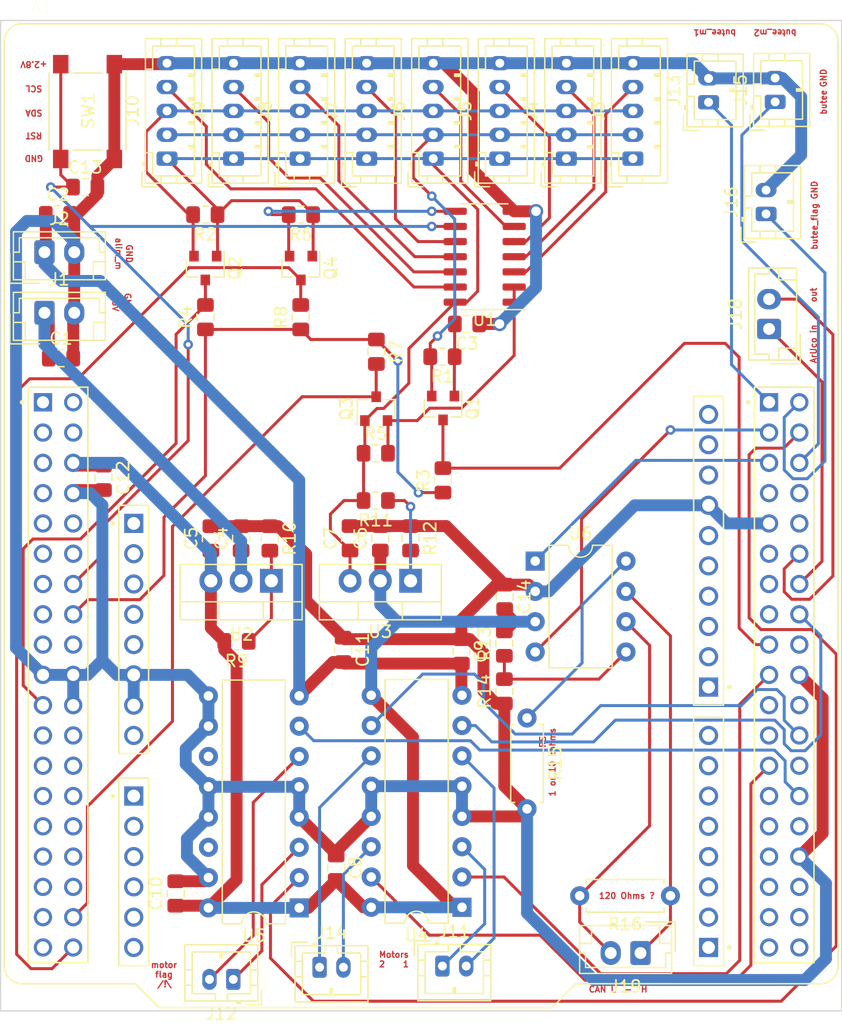
<source format=kicad_pcb>
(kicad_pcb (version 20171130) (host pcbnew 5.1.6)
  (layers (0 F.Cu signal) (31 B.Cu signal) (34 B.Paste user hide) (35 F.Paste user hide) (36 B.SilkS user) (37 F.SilkS user) (38 B.Mask user hide) (39 F.Mask user hide) (44 Edge.Cuts user))
  (net 0 "")
  (net 1 +5V)
  (net 2 GND)
  (net 3 /F4/NRST)
  (net 4 +3V3)
  (net 5 /LevelShifter_ToF_I2C/I2C_SDA_STM32)
  (net 6 /LevelShifter_ShiftRegister/STM32_DSAB)
  (net 7 /LevelShifter_ShiftRegister/STM32_CP)
  (net 8 /FinDeCourse_drapeau/STM32_GPIO)
  (net 9 /LevelShifter_ToF_I2C/I2C_SCL_STM32)
  (net 10 +2V8)
  (net 11 +6V)
  (net 12 ALIM_MOTEURS)
  (net 13 /ShiftRegister/Reset_ToF_0)
  (net 14 /LevelShifter_ToF_I2C/I2C_SDA_ToF)
  (net 15 /LevelShifter_ToF_I2C/I2C_SCL_ToF)
  (net 16 /ShiftRegister/Reset_ToF_1)
  (net 17 /ShiftRegister/Reset_ToF_2)
  (net 18 /ShiftRegister/Reset_ToF_3)
  (net 19 /ShiftRegister/Reset_ToF_4)
  (net 20 /ShiftRegister/Reset_ToF_5)
  (net 21 /ShiftRegister/Reset_ToF_6)
  (net 22 /ShiftRegister/Reset_ToF_7)
  (net 23 /Driver_moteurs/moteur2_pin2)
  (net 24 /Driver_moteurs/moteur1_pin1)
  (net 25 /Driver_moteurs/moteur2_pin1)
  (net 26 /Driver_moteurs/moteur1_pin2)
  (net 27 /LevelShifter_ShiftRegister/ShiftRegister_DSAB)
  (net 28 /LevelShifter_ShiftRegister/ShiftRegister_CP)
  (net 29 "Net-(R10-Pad2)")
  (net 30 /Driver_moteurs/moteur3_pin2)
  (net 31 /Driver_moteurs/moteur3_pin1)
  (net 32 "Net-(R11-Pad1)")
  (net 33 /FinDeCourse_bras2/STM32_GPIO)
  (net 34 /FinDeCourse_bras1/STM32_GPIO)
  (net 35 /ArUco.sch/ArUco1)
  (net 36 /ArUco.sch/ArUco2)
  (net 37 /Driver_moteurs/pwm_drapeau)
  (net 38 /Driver_moteurs/sens_bras1)
  (net 39 /Driver_moteurs/pwm_bras1)
  (net 40 /Driver_moteurs/pwm_bras2)
  (net 41 /Driver_moteurs/sens_bras2)
  (net 42 /Driver_moteurs/sens_drapeau)
  (net 43 "Net-(J19-Pad2)")
  (net 44 "Net-(J19-Pad1)")
  (net 45 "Net-(R13-Pad1)")
  (net 46 "Net-(R15-Pad1)")
  (net 47 /F4/CAN1_RX)
  (net 48 /F4/CAN1_TX)
  (module NUCLEO_F401RE:ST_NUCLEO-F401RE (layer F.Cu) (at 191.262 114.427)
    (fp_text reference A1 (at -31.825 -42.635) (layer F.SilkS) (effects (font (thickness 0.015))))
    (fp_text value NUCLEO-F401RE)
    (pad None np_thru_hole circle (at -24.13 -13.32) (size 3 3) (drill 3) (layers *.Cu *.Mask))
    (pad None np_thru_hole circle (at 24.13 -12.05) (size 3 3) (drill 3) (layers *.Cu *.Mask))
    (pad None np_thru_hole circle (at 8.89 38.75) (size 3 3) (drill 3) (layers *.Cu *.Mask))
    (pad CN5_10 thru_hole circle (at 24.13 -8.49) (size 1.605 1.605) (drill 1.07) (layers *.Cu *.Mask))
    (pad CN5_9 thru_hole circle (at 24.13 -5.95) (size 1.605 1.605) (drill 1.07) (layers *.Cu *.Mask))
    (pad CN5_8 thru_hole circle (at 24.13 -3.41) (size 1.605 1.605) (drill 1.07) (layers *.Cu *.Mask))
    (pad CN5_7 thru_hole circle (at 24.13 -0.87) (size 1.605 1.605) (drill 1.07) (layers *.Cu *.Mask) (net 2 GND))
    (pad CN5_6 thru_hole circle (at 24.13 1.67) (size 1.605 1.605) (drill 1.07) (layers *.Cu *.Mask))
    (pad CN5_5 thru_hole circle (at 24.13 4.21) (size 1.605 1.605) (drill 1.07) (layers *.Cu *.Mask))
    (pad CN5_4 thru_hole circle (at 24.13 6.75) (size 1.605 1.605) (drill 1.07) (layers *.Cu *.Mask))
    (pad CN5_3 thru_hole circle (at 24.13 9.29) (size 1.605 1.605) (drill 1.07) (layers *.Cu *.Mask))
    (pad CN5_2 thru_hole circle (at 24.13 11.83) (size 1.605 1.605) (drill 1.07) (layers *.Cu *.Mask))
    (pad CN5_1 thru_hole rect (at 24.13 14.37) (size 1.605 1.605) (drill 1.07) (layers *.Cu *.Mask))
    (pad CN8_6 thru_hole circle (at -24.13 36.21) (size 1.605 1.605) (drill 1.07) (layers *.Cu *.Mask))
    (pad CN8_5 thru_hole circle (at -24.13 33.67) (size 1.605 1.605) (drill 1.07) (layers *.Cu *.Mask))
    (pad CN8_4 thru_hole circle (at -24.13 31.13) (size 1.605 1.605) (drill 1.07) (layers *.Cu *.Mask))
    (pad CN8_3 thru_hole circle (at -24.13 28.59) (size 1.605 1.605) (drill 1.07) (layers *.Cu *.Mask))
    (pad CN8_2 thru_hole circle (at -24.13 26.05) (size 1.605 1.605) (drill 1.07) (layers *.Cu *.Mask))
    (pad CN8_1 thru_hole rect (at -24.13 23.51) (size 1.605 1.605) (drill 1.07) (layers *.Cu *.Mask))
    (pad CN9_8 thru_hole circle (at 24.13 18.43) (size 1.605 1.605) (drill 1.07) (layers *.Cu *.Mask))
    (pad CN9_7 thru_hole circle (at 24.13 20.97) (size 1.605 1.605) (drill 1.07) (layers *.Cu *.Mask))
    (pad CN9_6 thru_hole circle (at 24.13 23.51) (size 1.605 1.605) (drill 1.07) (layers *.Cu *.Mask))
    (pad CN9_5 thru_hole circle (at 24.13 26.05) (size 1.605 1.605) (drill 1.07) (layers *.Cu *.Mask))
    (pad CN9_4 thru_hole circle (at 24.13 28.59) (size 1.605 1.605) (drill 1.07) (layers *.Cu *.Mask))
    (pad CN9_3 thru_hole circle (at 24.13 31.13) (size 1.605 1.605) (drill 1.07) (layers *.Cu *.Mask))
    (pad CN9_2 thru_hole circle (at 24.13 33.67) (size 1.605 1.605) (drill 1.07) (layers *.Cu *.Mask))
    (pad CN9_1 thru_hole rect (at 24.13 36.21) (size 1.605 1.605) (drill 1.07) (layers *.Cu *.Mask))
    (pad CN6_8 thru_hole circle (at -24.13 18.43) (size 1.605 1.605) (drill 1.07) (layers *.Cu *.Mask))
    (pad CN6_7 thru_hole circle (at -24.13 15.89) (size 1.605 1.605) (drill 1.07) (layers *.Cu *.Mask) (net 2 GND))
    (pad CN6_6 thru_hole circle (at -24.13 13.35) (size 1.605 1.605) (drill 1.07) (layers *.Cu *.Mask) (net 2 GND))
    (pad CN6_5 thru_hole circle (at -24.13 10.81) (size 1.605 1.605) (drill 1.07) (layers *.Cu *.Mask))
    (pad CN6_4 thru_hole circle (at -24.13 8.27) (size 1.605 1.605) (drill 1.07) (layers *.Cu *.Mask))
    (pad CN6_3 thru_hole circle (at -24.13 5.73) (size 1.605 1.605) (drill 1.07) (layers *.Cu *.Mask))
    (pad CN6_2 thru_hole circle (at -24.13 3.19) (size 1.605 1.605) (drill 1.07) (layers *.Cu *.Mask))
    (pad CN6_1 thru_hole rect (at -24.13 0.65) (size 1.605 1.605) (drill 1.07) (layers *.Cu *.Mask))
    (pad CN10_38 thru_hole circle (at 31.75 36.21) (size 1.53 1.53) (drill 1.02) (layers *.Cu *.Mask))
    (pad CN10_36 thru_hole circle (at 31.75 33.67) (size 1.53 1.53) (drill 1.02) (layers *.Cu *.Mask))
    (pad CN10_35 thru_hole circle (at 29.21 33.67) (size 1.53 1.53) (drill 1.02) (layers *.Cu *.Mask))
    (pad CN10_34 thru_hole circle (at 31.75 31.13) (size 1.53 1.53) (drill 1.02) (layers *.Cu *.Mask))
    (pad CN10_33 thru_hole circle (at 29.21 31.13) (size 1.53 1.53) (drill 1.02) (layers *.Cu *.Mask))
    (pad CN10_32 thru_hole circle (at 31.75 28.59) (size 1.53 1.53) (drill 1.02) (layers *.Cu *.Mask) (net 2 GND))
    (pad CN10_31 thru_hole circle (at 29.21 28.59) (size 1.53 1.53) (drill 1.02) (layers *.Cu *.Mask))
    (pad CN10_30 thru_hole circle (at 31.75 26.05) (size 1.53 1.53) (drill 1.02) (layers *.Cu *.Mask))
    (pad CN10_29 thru_hole circle (at 29.21 26.05) (size 1.53 1.53) (drill 1.02) (layers *.Cu *.Mask))
    (pad CN10_28 thru_hole circle (at 31.75 23.51) (size 1.53 1.53) (drill 1.02) (layers *.Cu *.Mask) (net 42 /Driver_moteurs/sens_drapeau))
    (pad CN10_27 thru_hole circle (at 29.21 23.51) (size 1.53 1.53) (drill 1.02) (layers *.Cu *.Mask))
    (pad CN10_26 thru_hole circle (at 31.75 20.97) (size 1.53 1.53) (drill 1.02) (layers *.Cu *.Mask))
    (pad CN10_25 thru_hole circle (at 29.21 20.97) (size 1.53 1.53) (drill 1.02) (layers *.Cu *.Mask) (net 41 /Driver_moteurs/sens_bras2))
    (pad CN10_24 thru_hole circle (at 31.75 18.43) (size 1.53 1.53) (drill 1.02) (layers *.Cu *.Mask) (net 40 /Driver_moteurs/pwm_bras2))
    (pad CN10_23 thru_hole circle (at 29.21 18.43) (size 1.53 1.53) (drill 1.02) (layers *.Cu *.Mask))
    (pad CN10_22 thru_hole circle (at 31.75 15.89) (size 1.53 1.53) (drill 1.02) (layers *.Cu *.Mask))
    (pad CN10_21 thru_hole circle (at 29.21 15.89) (size 1.53 1.53) (drill 1.02) (layers *.Cu *.Mask))
    (pad CN10_20 thru_hole circle (at 31.75 13.35) (size 1.53 1.53) (drill 1.02) (layers *.Cu *.Mask) (net 2 GND))
    (pad CN10_19 thru_hole circle (at 29.21 13.35) (size 1.53 1.53) (drill 1.02) (layers *.Cu *.Mask) (net 39 /Driver_moteurs/pwm_bras1))
    (pad CN10_18 thru_hole circle (at 31.75 10.81) (size 1.53 1.53) (drill 1.02) (layers *.Cu *.Mask))
    (pad CN10_17 thru_hole circle (at 29.21 10.81) (size 1.53 1.53) (drill 1.02) (layers *.Cu *.Mask) (net 9 /LevelShifter_ToF_I2C/I2C_SCL_STM32))
    (pad CN10_16 thru_hole circle (at 31.75 8.27) (size 1.53 1.53) (drill 1.02) (layers *.Cu *.Mask) (net 38 /Driver_moteurs/sens_bras1))
    (pad CN10_15 thru_hole circle (at 29.21 8.27) (size 1.53 1.53) (drill 1.02) (layers *.Cu *.Mask))
    (pad CN10_14 thru_hole circle (at 31.75 5.73) (size 1.53 1.53) (drill 1.02) (layers *.Cu *.Mask) (net 35 /ArUco.sch/ArUco1))
    (pad CN10_13 thru_hole circle (at 29.21 5.73) (size 1.53 1.53) (drill 1.02) (layers *.Cu *.Mask))
    (pad CN10_12 thru_hole circle (at 31.75 3.19) (size 1.53 1.53) (drill 1.02) (layers *.Cu *.Mask) (net 36 /ArUco.sch/ArUco2))
    (pad CN10_11 thru_hole circle (at 29.21 3.19) (size 1.53 1.53) (drill 1.02) (layers *.Cu *.Mask))
    (pad CN10_10 thru_hole circle (at 31.75 0.65) (size 1.53 1.53) (drill 1.02) (layers *.Cu *.Mask))
    (pad CN10_9 thru_hole circle (at 29.21 0.65) (size 1.53 1.53) (drill 1.02) (layers *.Cu *.Mask) (net 2 GND))
    (pad CN10_8 thru_hole circle (at 31.75 -1.89) (size 1.53 1.53) (drill 1.02) (layers *.Cu *.Mask))
    (pad CN10_7 thru_hole circle (at 29.21 -1.89) (size 1.53 1.53) (drill 1.02) (layers *.Cu *.Mask))
    (pad CN10_6 thru_hole circle (at 31.75 -4.43) (size 1.53 1.53) (drill 1.02) (layers *.Cu *.Mask) (net 33 /FinDeCourse_bras2/STM32_GPIO))
    (pad CN10_5 thru_hole circle (at 29.21 -4.43) (size 1.53 1.53) (drill 1.02) (layers *.Cu *.Mask) (net 48 /F4/CAN1_TX))
    (pad CN10_4 thru_hole circle (at 31.75 -6.97) (size 1.53 1.53) (drill 1.02) (layers *.Cu *.Mask) (net 37 /Driver_moteurs/pwm_drapeau))
    (pad CN10_3 thru_hole circle (at 29.21 -6.97) (size 1.53 1.53) (drill 1.02) (layers *.Cu *.Mask) (net 47 /F4/CAN1_RX))
    (pad CN10_2 thru_hole circle (at 31.75 -9.51) (size 1.53 1.53) (drill 1.02) (layers *.Cu *.Mask) (net 8 /FinDeCourse_drapeau/STM32_GPIO))
    (pad CN10_37 thru_hole circle (at 29.21 36.21) (size 1.53 1.53) (drill 1.02) (layers *.Cu *.Mask))
    (pad CN10_1 thru_hole rect (at 29.21 -9.51) (size 1.53 1.53) (drill 1.02) (layers *.Cu *.Mask) (net 34 /FinDeCourse_bras1/STM32_GPIO))
    (pad CN7_38 thru_hole circle (at -29.21 36.21) (size 1.53 1.53) (drill 1.02) (layers *.Cu *.Mask) (net 7 /LevelShifter_ShiftRegister/STM32_CP))
    (pad CN7_36 thru_hole circle (at -29.21 33.67) (size 1.53 1.53) (drill 1.02) (layers *.Cu *.Mask) (net 6 /LevelShifter_ShiftRegister/STM32_DSAB))
    (pad CN7_35 thru_hole circle (at -31.75 33.67) (size 1.53 1.53) (drill 1.02) (layers *.Cu *.Mask))
    (pad CN7_34 thru_hole circle (at -29.21 31.13) (size 1.53 1.53) (drill 1.02) (layers *.Cu *.Mask))
    (pad CN7_33 thru_hole circle (at -31.75 31.13) (size 1.53 1.53) (drill 1.02) (layers *.Cu *.Mask))
    (pad CN7_32 thru_hole circle (at -29.21 28.59) (size 1.53 1.53) (drill 1.02) (layers *.Cu *.Mask))
    (pad CN7_31 thru_hole circle (at -31.75 28.59) (size 1.53 1.53) (drill 1.02) (layers *.Cu *.Mask))
    (pad CN7_30 thru_hole circle (at -29.21 26.05) (size 1.53 1.53) (drill 1.02) (layers *.Cu *.Mask))
    (pad CN7_29 thru_hole circle (at -31.75 26.05) (size 1.53 1.53) (drill 1.02) (layers *.Cu *.Mask))
    (pad CN7_28 thru_hole circle (at -29.21 23.51) (size 1.53 1.53) (drill 1.02) (layers *.Cu *.Mask))
    (pad CN7_27 thru_hole circle (at -31.75 23.51) (size 1.53 1.53) (drill 1.02) (layers *.Cu *.Mask))
    (pad CN7_26 thru_hole circle (at -29.21 20.97) (size 1.53 1.53) (drill 1.02) (layers *.Cu *.Mask))
    (pad CN7_25 thru_hole circle (at -31.75 20.97) (size 1.53 1.53) (drill 1.02) (layers *.Cu *.Mask))
    (pad CN7_24 thru_hole circle (at -29.21 18.43) (size 1.53 1.53) (drill 1.02) (layers *.Cu *.Mask))
    (pad CN7_23 thru_hole circle (at -31.75 18.43) (size 1.53 1.53) (drill 1.02) (layers *.Cu *.Mask))
    (pad CN7_22 thru_hole circle (at -29.21 15.89) (size 1.53 1.53) (drill 1.02) (layers *.Cu *.Mask) (net 2 GND))
    (pad CN7_21 thru_hole circle (at -31.75 15.89) (size 1.53 1.53) (drill 1.02) (layers *.Cu *.Mask) (net 5 /LevelShifter_ToF_I2C/I2C_SDA_STM32))
    (pad CN7_20 thru_hole circle (at -29.21 13.35) (size 1.53 1.53) (drill 1.02) (layers *.Cu *.Mask) (net 2 GND))
    (pad CN7_19 thru_hole circle (at -31.75 13.35) (size 1.53 1.53) (drill 1.02) (layers *.Cu *.Mask) (net 2 GND))
    (pad CN7_18 thru_hole circle (at -29.21 10.81) (size 1.53 1.53) (drill 1.02) (layers *.Cu *.Mask))
    (pad CN7_17 thru_hole circle (at -31.75 10.81) (size 1.53 1.53) (drill 1.02) (layers *.Cu *.Mask))
    (pad CN7_16 thru_hole circle (at -29.21 8.27) (size 1.53 1.53) (drill 1.02) (layers *.Cu *.Mask) (net 4 +3V3))
    (pad CN7_15 thru_hole circle (at -31.75 8.27) (size 1.53 1.53) (drill 1.02) (layers *.Cu *.Mask))
    (pad CN7_14 thru_hole circle (at -29.21 5.73) (size 1.53 1.53) (drill 1.02) (layers *.Cu *.Mask) (net 3 /F4/NRST))
    (pad CN7_13 thru_hole circle (at -31.75 5.73) (size 1.53 1.53) (drill 1.02) (layers *.Cu *.Mask))
    (pad CN7_12 thru_hole circle (at -29.21 3.19) (size 1.53 1.53) (drill 1.02) (layers *.Cu *.Mask))
    (pad CN7_11 thru_hole circle (at -31.75 3.19) (size 1.53 1.53) (drill 1.02) (layers *.Cu *.Mask))
    (pad CN7_10 thru_hole circle (at -29.21 0.65) (size 1.53 1.53) (drill 1.02) (layers *.Cu *.Mask))
    (pad CN7_9 thru_hole circle (at -31.75 0.65) (size 1.53 1.53) (drill 1.02) (layers *.Cu *.Mask))
    (pad CN7_8 thru_hole circle (at -29.21 -1.89) (size 1.53 1.53) (drill 1.02) (layers *.Cu *.Mask) (net 2 GND))
    (pad CN7_7 thru_hole circle (at -31.75 -1.89) (size 1.53 1.53) (drill 1.02) (layers *.Cu *.Mask))
    (pad CN7_6 thru_hole circle (at -29.21 -4.43) (size 1.53 1.53) (drill 1.02) (layers *.Cu *.Mask) (net 1 +5V))
    (pad CN7_5 thru_hole circle (at -31.75 -4.43) (size 1.53 1.53) (drill 1.02) (layers *.Cu *.Mask))
    (pad CN7_4 thru_hole circle (at -29.21 -6.97) (size 1.53 1.53) (drill 1.02) (layers *.Cu *.Mask))
    (pad CN7_3 thru_hole circle (at -31.75 -6.97) (size 1.53 1.53) (drill 1.02) (layers *.Cu *.Mask))
    (pad CN7_2 thru_hole circle (at -29.21 -9.51) (size 1.53 1.53) (drill 1.02) (layers *.Cu *.Mask))
    (pad CN7_37 thru_hole circle (at -31.75 36.21) (size 1.53 1.53) (drill 1.02) (layers *.Cu *.Mask))
    (pad CN7_1 thru_hole rect (at -31.75 -9.51) (size 1.53 1.53) (drill 1.02) (layers *.Cu *.Mask))
  )
  (module Resistor_THT:R_Axial_DIN0207_L6.3mm_D2.5mm_P7.62mm_Horizontal (layer F.Cu) (at 212.1916 146.304 180)
    (fp_text reference R16 (at 3.81 -2.37) (layer F.SilkS))
    (fp_text value 120)
    (pad 2 thru_hole oval (at 7.62 0 180) (size 1.6 1.6) (drill 0.8) (layers *.Cu *.Mask) (net 43 "Net-(J19-Pad2)"))
    (pad 1 thru_hole circle (at 0 0 180) (size 1.6 1.6) (drill 0.8) (layers *.Cu *.Mask) (net 44 "Net-(J19-Pad1)"))
  )
  (module Resistor_THT:R_Axial_DIN0207_L6.3mm_D2.5mm_P7.62mm_Horizontal (layer F.Cu) (at 200.152 131.3942 270)
    (fp_text reference R15 (at 3.81 -2.37 90) (layer F.SilkS))
    (fp_text value 10k)
    (pad 2 thru_hole oval (at 7.62 0 270) (size 1.6 1.6) (drill 0.8) (layers *.Cu *.Mask) (net 2 GND))
    (pad 1 thru_hole circle (at 0 0 270) (size 1.6 1.6) (drill 0.8) (layers *.Cu *.Mask) (net 46 "Net-(R15-Pad1)"))
  )
  (module Resistor_SMD:R_0805_2012Metric_Pad1.15x1.40mm_HandSolder (layer F.Cu) (at 198.247 129.159 90)
    (fp_text reference R14 (at 0 -1.65 270) (layer F.SilkS))
    (fp_text value 470)
    (pad 2 smd roundrect (at 1.025 0 90) (size 1.15 1.4) (layers F.Cu F.Paste F.Mask) (roundrect_rratio 0.217391) (net 45 "Net-(R13-Pad1)"))
    (pad 1 smd roundrect (at -1.025 0 90) (size 1.15 1.4) (layers F.Cu F.Paste F.Mask) (roundrect_rratio 0.217391) (net 2 GND))
  )
  (module Resistor_SMD:R_0805_2012Metric_Pad1.15x1.40mm_HandSolder (layer F.Cu) (at 198.247 125.1548 90)
    (fp_text reference R13 (at 0 -1.65 270) (layer F.SilkS))
    (fp_text value 470)
    (pad 2 smd roundrect (at 1.025 0 90) (size 1.15 1.4) (layers F.Cu F.Paste F.Mask) (roundrect_rratio 0.217391) (net 1 +5V))
    (pad 1 smd roundrect (at -1.025 0 90) (size 1.15 1.4) (layers F.Cu F.Paste F.Mask) (roundrect_rratio 0.217391) (net 45 "Net-(R13-Pad1)"))
  )
  (module Capacitor_SMD:C_0805_2012Metric_Pad1.15x1.40mm_HandSolder (layer F.Cu) (at 198.2724 121.2342 270)
    (fp_text reference C14 (at 0 -1.65 270) (layer F.SilkS))
    (fp_text value 100n)
    (pad 2 smd roundrect (at 1.025 0 270) (size 1.15 1.4) (layers F.Cu F.Paste F.Mask) (roundrect_rratio 0.217391) (net 1 +5V))
    (pad 1 smd roundrect (at -1.025 0 270) (size 1.15 1.4) (layers F.Cu F.Paste F.Mask) (roundrect_rratio 0.217391) (net 2 GND))
  )
  (module Package_DIP:DIP-8_W7.62mm (layer F.Cu) (at 200.8378 118.237)
    (fp_text reference U6 (at 3.81 -2.33) (layer F.SilkS))
    (fp_text value MCP2551-I-P)
    (pad 8 thru_hole oval (at 7.62 0) (size 1.6 1.6) (drill 0.8) (layers *.Cu *.Mask) (net 46 "Net-(R15-Pad1)"))
    (pad 4 thru_hole oval (at 0 7.62) (size 1.6 1.6) (drill 0.8) (layers *.Cu *.Mask) (net 47 /F4/CAN1_RX))
    (pad 7 thru_hole oval (at 7.62 2.54) (size 1.6 1.6) (drill 0.8) (layers *.Cu *.Mask) (net 44 "Net-(J19-Pad1)"))
    (pad 3 thru_hole oval (at 0 5.08) (size 1.6 1.6) (drill 0.8) (layers *.Cu *.Mask) (net 1 +5V))
    (pad 6 thru_hole oval (at 7.62 5.08) (size 1.6 1.6) (drill 0.8) (layers *.Cu *.Mask) (net 43 "Net-(J19-Pad2)"))
    (pad 2 thru_hole oval (at 0 2.54) (size 1.6 1.6) (drill 0.8) (layers *.Cu *.Mask) (net 2 GND))
    (pad 5 thru_hole oval (at 7.62 7.62) (size 1.6 1.6) (drill 0.8) (layers *.Cu *.Mask) (net 45 "Net-(R13-Pad1)"))
    (pad 1 thru_hole rect (at 0 0) (size 1.6 1.6) (drill 0.8) (layers *.Cu *.Mask) (net 48 /F4/CAN1_TX))
  )
  (module Connector_JST:JST_EH_B2B-EH-A_1x02_P2.50mm_Vertical (layer F.Cu) (at 209.677 151.1046 180)
    (fp_text reference J19 (at 1.25 -2.8) (layer F.SilkS))
    (fp_text value output_CAN)
    (pad 2 thru_hole oval (at 2.5 0 180) (size 1.7 2) (drill 1) (layers *.Cu *.Mask) (net 43 "Net-(J19-Pad2)"))
    (pad 1 thru_hole roundrect (at 0 0 180) (size 1.7 2) (drill 1) (layers *.Cu *.Mask) (roundrect_rratio 0.147059) (net 44 "Net-(J19-Pad1)"))
  )
  (module Package_DIP:DIP-16_W7.62mm (layer F.Cu) (at 194.691 147.2692 180)
    (fp_text reference U4 (at 3.81 -2.33) (layer F.SilkS))
    (fp_text value L293D)
    (pad 16 thru_hole oval (at 7.62 0 180) (size 1.6 1.6) (drill 0.8) (layers *.Cu *.Mask) (net 1 +5V))
    (pad 8 thru_hole oval (at 0 17.78 180) (size 1.6 1.6) (drill 0.8) (layers *.Cu *.Mask) (net 12 ALIM_MOTEURS))
    (pad 15 thru_hole oval (at 7.62 2.54 180) (size 1.6 1.6) (drill 0.8) (layers *.Cu *.Mask) (net 41 /Driver_moteurs/sens_bras2))
    (pad 7 thru_hole oval (at 0 15.24 180) (size 1.6 1.6) (drill 0.8) (layers *.Cu *.Mask) (net 38 /Driver_moteurs/sens_bras1))
    (pad 14 thru_hole oval (at 7.62 5.08 180) (size 1.6 1.6) (drill 0.8) (layers *.Cu *.Mask) (net 23 /Driver_moteurs/moteur2_pin2))
    (pad 6 thru_hole oval (at 0 12.7 180) (size 1.6 1.6) (drill 0.8) (layers *.Cu *.Mask) (net 26 /Driver_moteurs/moteur1_pin2))
    (pad 13 thru_hole oval (at 7.62 7.62 180) (size 1.6 1.6) (drill 0.8) (layers *.Cu *.Mask) (net 2 GND))
    (pad 5 thru_hole oval (at 0 10.16 180) (size 1.6 1.6) (drill 0.8) (layers *.Cu *.Mask) (net 2 GND))
    (pad 12 thru_hole oval (at 7.62 10.16 180) (size 1.6 1.6) (drill 0.8) (layers *.Cu *.Mask) (net 2 GND))
    (pad 4 thru_hole oval (at 0 7.62 180) (size 1.6 1.6) (drill 0.8) (layers *.Cu *.Mask) (net 2 GND))
    (pad 11 thru_hole oval (at 7.62 12.7 180) (size 1.6 1.6) (drill 0.8) (layers *.Cu *.Mask) (net 25 /Driver_moteurs/moteur2_pin1))
    (pad 3 thru_hole oval (at 0 5.08 180) (size 1.6 1.6) (drill 0.8) (layers *.Cu *.Mask) (net 24 /Driver_moteurs/moteur1_pin1))
    (pad 10 thru_hole oval (at 7.62 15.24 180) (size 1.6 1.6) (drill 0.8) (layers *.Cu *.Mask) (net 40 /Driver_moteurs/pwm_bras2))
    (pad 2 thru_hole oval (at 0 2.54 180) (size 1.6 1.6) (drill 0.8) (layers *.Cu *.Mask) (net 39 /Driver_moteurs/pwm_bras1))
    (pad 9 thru_hole oval (at 7.62 17.78 180) (size 1.6 1.6) (drill 0.8) (layers *.Cu *.Mask) (net 1 +5V))
    (pad 1 thru_hole rect (at 0 0 180) (size 1.6 1.6) (drill 0.8) (layers *.Cu *.Mask) (net 1 +5V))
  )
  (module Connector_JST:JST_EH_B2B-EH-A_1x02_P2.50mm_Vertical (layer F.Cu) (at 220.472 98.766 90)
    (fp_text reference J18 (at 1.25 -2.8 90) (layer F.SilkS))
    (fp_text value Conn_01x02)
    (pad 2 thru_hole oval (at 2.5 0 90) (size 1.7 2) (drill 1) (layers *.Cu *.Mask) (net 36 /ArUco.sch/ArUco2))
    (pad 1 thru_hole roundrect (at 0 0 90) (size 1.7 2) (drill 1) (layers *.Cu *.Mask) (roundrect_rratio 0.147059) (net 35 /ArUco.sch/ArUco1))
  )
  (module Connector_JST:JST_PH_B2B-PH-K_1x02_P2.00mm_Vertical (layer F.Cu) (at 220.218 89.122 90)
    (fp_text reference J16 (at 1 -2.9 90) (layer F.SilkS))
    (fp_text value butee)
    (pad 2 thru_hole oval (at 2 0 90) (size 1.2 1.75) (drill 0.75) (layers *.Cu *.Mask) (net 2 GND))
    (pad 1 thru_hole roundrect (at 0 0 90) (size 1.2 1.75) (drill 0.75) (layers *.Cu *.Mask) (roundrect_rratio 0.208333) (net 8 /FinDeCourse_drapeau/STM32_GPIO))
  )
  (module Connector_JST:JST_PH_B2B-PH-K_1x02_P2.00mm_Vertical (layer F.Cu) (at 220.98 79.724 90)
    (fp_text reference J15 (at 1 -2.9 90) (layer F.SilkS))
    (fp_text value butee)
    (pad 2 thru_hole oval (at 2 0 90) (size 1.2 1.75) (drill 0.75) (layers *.Cu *.Mask) (net 2 GND))
    (pad 1 thru_hole roundrect (at 0 0 90) (size 1.2 1.75) (drill 0.75) (layers *.Cu *.Mask) (roundrect_rratio 0.208333) (net 33 /FinDeCourse_bras2/STM32_GPIO))
  )
  (module Package_DIP:DIP-16_W7.62mm (layer F.Cu) (at 181.0258 147.32 180)
    (fp_text reference U5 (at 3.81 -2.33) (layer F.SilkS))
    (fp_text value L293D)
    (pad 16 thru_hole oval (at 7.62 0 180) (size 1.6 1.6) (drill 0.8) (layers *.Cu *.Mask) (net 1 +5V))
    (pad 8 thru_hole oval (at 0 17.78 180) (size 1.6 1.6) (drill 0.8) (layers *.Cu *.Mask) (net 12 ALIM_MOTEURS))
    (pad 15 thru_hole oval (at 7.62 2.54 180) (size 1.6 1.6) (drill 0.8) (layers *.Cu *.Mask) (net 2 GND))
    (pad 7 thru_hole oval (at 0 15.24 180) (size 1.6 1.6) (drill 0.8) (layers *.Cu *.Mask) (net 42 /Driver_moteurs/sens_drapeau))
    (pad 14 thru_hole oval (at 7.62 5.08 180) (size 1.6 1.6) (drill 0.8) (layers *.Cu *.Mask))
    (pad 6 thru_hole oval (at 0 12.7 180) (size 1.6 1.6) (drill 0.8) (layers *.Cu *.Mask) (net 30 /Driver_moteurs/moteur3_pin2))
    (pad 13 thru_hole oval (at 7.62 7.62 180) (size 1.6 1.6) (drill 0.8) (layers *.Cu *.Mask) (net 2 GND))
    (pad 5 thru_hole oval (at 0 10.16 180) (size 1.6 1.6) (drill 0.8) (layers *.Cu *.Mask) (net 2 GND))
    (pad 12 thru_hole oval (at 7.62 10.16 180) (size 1.6 1.6) (drill 0.8) (layers *.Cu *.Mask) (net 2 GND))
    (pad 4 thru_hole oval (at 0 7.62 180) (size 1.6 1.6) (drill 0.8) (layers *.Cu *.Mask) (net 2 GND))
    (pad 11 thru_hole oval (at 7.62 12.7 180) (size 1.6 1.6) (drill 0.8) (layers *.Cu *.Mask))
    (pad 3 thru_hole oval (at 0 5.08 180) (size 1.6 1.6) (drill 0.8) (layers *.Cu *.Mask) (net 31 /Driver_moteurs/moteur3_pin1))
    (pad 10 thru_hole oval (at 7.62 15.24 180) (size 1.6 1.6) (drill 0.8) (layers *.Cu *.Mask) (net 2 GND))
    (pad 2 thru_hole oval (at 0 2.54 180) (size 1.6 1.6) (drill 0.8) (layers *.Cu *.Mask) (net 37 /Driver_moteurs/pwm_drapeau))
    (pad 9 thru_hole oval (at 7.62 17.78 180) (size 1.6 1.6) (drill 0.8) (layers *.Cu *.Mask) (net 2 GND))
    (pad 1 thru_hole rect (at 0 0 180) (size 1.6 1.6) (drill 0.8) (layers *.Cu *.Mask) (net 1 +5V))
  )
  (module Connector_JST:JST_PH_B5B-PH-K_1x05_P2.00mm_Vertical (layer F.Cu) (at 192.278 84.481426 90)
    (fp_text reference J6 (at 4 -2.9 90) (layer F.SilkS))
    (fp_text value ToF)
    (pad 5 thru_hole oval (at 8 0 90) (size 1.2 1.75) (drill 0.75) (layers *.Cu *.Mask) (net 2 GND))
    (pad 4 thru_hole oval (at 6 0 90) (size 1.2 1.75) (drill 0.75) (layers *.Cu *.Mask) (net 18 /ShiftRegister/Reset_ToF_3))
    (pad 3 thru_hole oval (at 4 0 90) (size 1.2 1.75) (drill 0.75) (layers *.Cu *.Mask) (net 14 /LevelShifter_ToF_I2C/I2C_SDA_ToF))
    (pad 2 thru_hole oval (at 2 0 90) (size 1.2 1.75) (drill 0.75) (layers *.Cu *.Mask) (net 15 /LevelShifter_ToF_I2C/I2C_SCL_ToF))
    (pad 1 thru_hole roundrect (at 0 0 90) (size 1.2 1.75) (drill 0.75) (layers *.Cu *.Mask) (roundrect_rratio 0.208333) (net 10 +2V8))
  )
  (module Capacitor_SMD:C_0805_2012Metric_Pad1.15x1.40mm_HandSolder (layer F.Cu) (at 184.7088 125.6792 270)
    (fp_text reference C11 (at 0 -1.65 270) (layer F.SilkS))
    (fp_text value 100n)
    (pad 2 smd roundrect (at 1.025 0 270) (size 1.15 1.4) (layers F.Cu F.Paste F.Mask) (roundrect_rratio 0.217391) (net 12 ALIM_MOTEURS))
    (pad 1 smd roundrect (at -1.025 0 270) (size 1.15 1.4) (layers F.Cu F.Paste F.Mask) (roundrect_rratio 0.217391) (net 2 GND))
  )
  (module Capacitor_SMD:C_0805_2012Metric_Pad1.15x1.40mm_HandSolder (layer F.Cu) (at 170.6626 146.1098 90)
    (fp_text reference C10 (at 0 -1.65 270) (layer F.SilkS))
    (fp_text value 100n)
    (pad 1 smd roundrect (at -1.025 0 90) (size 1.15 1.4) (layers F.Cu F.Paste F.Mask) (roundrect_rratio 0.217391) (net 1 +5V))
    (pad 2 smd roundrect (at 1.025 0 90) (size 1.15 1.4) (layers F.Cu F.Paste F.Mask) (roundrect_rratio 0.217391) (net 2 GND))
  )
  (module Connector_JST:JST_PH_B5B-PH-K_1x05_P2.00mm_Vertical (layer F.Cu) (at 203.454 84.481426 90)
    (fp_text reference J4 (at 4 -2.9 90) (layer F.SilkS))
    (fp_text value ToF)
    (pad 5 thru_hole oval (at 8 0 90) (size 1.2 1.75) (drill 0.75) (layers *.Cu *.Mask) (net 2 GND))
    (pad 4 thru_hole oval (at 6 0 90) (size 1.2 1.75) (drill 0.75) (layers *.Cu *.Mask) (net 16 /ShiftRegister/Reset_ToF_1))
    (pad 3 thru_hole oval (at 4 0 90) (size 1.2 1.75) (drill 0.75) (layers *.Cu *.Mask) (net 14 /LevelShifter_ToF_I2C/I2C_SDA_ToF))
    (pad 2 thru_hole oval (at 2 0 90) (size 1.2 1.75) (drill 0.75) (layers *.Cu *.Mask) (net 15 /LevelShifter_ToF_I2C/I2C_SCL_ToF))
    (pad 1 thru_hole roundrect (at 0 0 90) (size 1.2 1.75) (drill 0.75) (layers *.Cu *.Mask) (roundrect_rratio 0.208333) (net 10 +2V8))
  )
  (module Button_Switch_SMD:SW_Push_1P1T_NO_6x6mm_H9.5mm (layer F.Cu) (at 163.256 80.5365 270)
    (fp_text reference SW1 (at -0.0635 -0.0635 90) (layer F.SilkS))
    (fp_text value SW_Push)
    (pad 2 smd rect (at -3.975 2.25 270) (size 1.55 1.3) (layers F.Cu F.Paste F.Mask) (net 3 /F4/NRST))
    (pad 1 smd rect (at -3.975 -2.25 270) (size 1.55 1.3) (layers F.Cu F.Paste F.Mask) (net 2 GND))
    (pad 1 smd rect (at 3.975 -2.25 270) (size 1.55 1.3) (layers F.Cu F.Paste F.Mask) (net 2 GND))
    (pad 2 smd rect (at 3.975 2.25 270) (size 1.55 1.3) (layers F.Cu F.Paste F.Mask) (net 3 /F4/NRST))
  )
  (module Connector_JST:JST_PH_B5B-PH-K_1x05_P2.00mm_Vertical (layer F.Cu) (at 186.69 84.481426 90)
    (fp_text reference J7 (at 4 -2.9 90) (layer F.SilkS))
    (fp_text value ToF)
    (pad 5 thru_hole oval (at 8 0 90) (size 1.2 1.75) (drill 0.75) (layers *.Cu *.Mask) (net 2 GND))
    (pad 4 thru_hole oval (at 6 0 90) (size 1.2 1.75) (drill 0.75) (layers *.Cu *.Mask) (net 19 /ShiftRegister/Reset_ToF_4))
    (pad 3 thru_hole oval (at 4 0 90) (size 1.2 1.75) (drill 0.75) (layers *.Cu *.Mask) (net 14 /LevelShifter_ToF_I2C/I2C_SDA_ToF))
    (pad 2 thru_hole oval (at 2 0 90) (size 1.2 1.75) (drill 0.75) (layers *.Cu *.Mask) (net 15 /LevelShifter_ToF_I2C/I2C_SCL_ToF))
    (pad 1 thru_hole roundrect (at 0 0 90) (size 1.2 1.75) (drill 0.75) (layers *.Cu *.Mask) (roundrect_rratio 0.208333) (net 10 +2V8))
  )
  (module Package_TO_SOT_THT:TO-220-3_Vertical (layer F.Cu) (at 178.689 119.888 180)
    (fp_text reference U2 (at 2.5 -4.5) (layer F.SilkS))
    (fp_text value LM317_TO3)
    (pad 1 thru_hole rect (at 0 0 180) (size 1.905 2) (drill 1.1) (layers *.Cu *.Mask) (net 29 "Net-(R10-Pad2)"))
    (pad 2 thru_hole oval (at 2.54 0 180) (size 1.905 2) (drill 1.1) (layers *.Cu *.Mask) (net 11 +6V))
    (pad 3 thru_hole oval (at 5.08 0 180) (size 1.905 2) (drill 1.1) (layers *.Cu *.Mask) (net 1 +5V))
  )
  (module Package_TO_SOT_THT:TO-220-3_Vertical (layer F.Cu) (at 190.373 119.888 180)
    (fp_text reference U3 (at 2.54 -4.27) (layer F.SilkS))
    (fp_text value LM317_TO3)
    (pad 1 thru_hole rect (at 0 0 180) (size 1.905 2) (drill 1.1) (layers *.Cu *.Mask) (net 32 "Net-(R11-Pad1)"))
    (pad 2 thru_hole oval (at 2.54 0 180) (size 1.905 2) (drill 1.1) (layers *.Cu *.Mask) (net 1 +5V))
    (pad 3 thru_hole oval (at 5.08 0 180) (size 1.905 2) (drill 1.1) (layers *.Cu *.Mask) (net 10 +2V8))
  )
  (module Package_SO:SOIC-14_3.9x8.7mm_P1.27mm (layer F.Cu) (at 196.596 92.71 180)
    (fp_text reference U1 (at 0 -5.28) (layer F.SilkS))
    (fp_text value 74HC164)
    (pad 14 smd roundrect (at 2.475 -3.81 180) (size 1.95 0.6) (layers F.Cu F.Paste F.Mask) (net 10 +2V8))
    (pad 13 smd roundrect (at 2.475 -2.54 180) (size 1.95 0.6) (layers F.Cu F.Paste F.Mask) (net 22 /ShiftRegister/Reset_ToF_7))
    (pad 12 smd roundrect (at 2.475 -1.27 180) (size 1.95 0.6) (layers F.Cu F.Paste F.Mask) (net 21 /ShiftRegister/Reset_ToF_6))
    (pad 11 smd roundrect (at 2.475 0 180) (size 1.95 0.6) (layers F.Cu F.Paste F.Mask) (net 20 /ShiftRegister/Reset_ToF_5))
    (pad 10 smd roundrect (at 2.475 1.27 180) (size 1.95 0.6) (layers F.Cu F.Paste F.Mask) (net 19 /ShiftRegister/Reset_ToF_4))
    (pad 9 smd roundrect (at 2.475 2.54 180) (size 1.95 0.6) (layers F.Cu F.Paste F.Mask) (net 3 /F4/NRST))
    (pad 8 smd roundrect (at 2.475 3.81 180) (size 1.95 0.6) (layers F.Cu F.Paste F.Mask) (net 28 /LevelShifter_ShiftRegister/ShiftRegister_CP))
    (pad 7 smd roundrect (at -2.475 3.81 180) (size 1.95 0.6) (layers F.Cu F.Paste F.Mask) (net 2 GND))
    (pad 6 smd roundrect (at -2.475 2.54 180) (size 1.95 0.6) (layers F.Cu F.Paste F.Mask) (net 18 /ShiftRegister/Reset_ToF_3))
    (pad 5 smd roundrect (at -2.475 1.27 180) (size 1.95 0.6) (layers F.Cu F.Paste F.Mask) (net 17 /ShiftRegister/Reset_ToF_2))
    (pad 4 smd roundrect (at -2.475 0 180) (size 1.95 0.6) (layers F.Cu F.Paste F.Mask) (net 16 /ShiftRegister/Reset_ToF_1))
    (pad 3 smd roundrect (at -2.475 -1.27 180) (size 1.95 0.6) (layers F.Cu F.Paste F.Mask) (net 13 /ShiftRegister/Reset_ToF_0))
    (pad 2 smd roundrect (at -2.475 -2.54 180) (size 1.95 0.6) (layers F.Cu F.Paste F.Mask) (net 27 /LevelShifter_ShiftRegister/ShiftRegister_DSAB))
    (pad 1 smd roundrect (at -2.475 -3.81 180) (size 1.95 0.6) (layers F.Cu F.Paste F.Mask) (net 27 /LevelShifter_ShiftRegister/ShiftRegister_DSAB))
  )
  (module Resistor_SMD:R_0805_2012Metric_Pad1.15x1.40mm_HandSolder (layer F.Cu) (at 178.562 116.332 270)
    (fp_text reference R10 (at 0 -1.65 270) (layer F.SilkS))
    (fp_text value 3k)
    (pad 1 smd roundrect (at -1.025 0 270) (size 1.15 1.4) (layers F.Cu F.Paste F.Mask) (roundrect_rratio 0.217391) (net 2 GND))
    (pad 2 smd roundrect (at 1.025 0 270) (size 1.15 1.4) (layers F.Cu F.Paste F.Mask) (roundrect_rratio 0.217391) (net 29 "Net-(R10-Pad2)"))
  )
  (module Resistor_SMD:R_0805_2012Metric_Pad1.15x1.40mm_HandSolder (layer F.Cu) (at 175.759 124.968 180)
    (fp_text reference R9 (at 0 -1.65) (layer F.SilkS))
    (fp_text value 1k)
    (pad 1 smd roundrect (at -1.025 0 180) (size 1.15 1.4) (layers F.Cu F.Paste F.Mask) (roundrect_rratio 0.217391) (net 29 "Net-(R10-Pad2)"))
    (pad 2 smd roundrect (at 1.025 0 180) (size 1.15 1.4) (layers F.Cu F.Paste F.Mask) (roundrect_rratio 0.217391) (net 1 +5V))
  )
  (module Resistor_SMD:R_0805_2012Metric_Pad1.15x1.40mm_HandSolder (layer F.Cu) (at 190.373 116.323 270)
    (fp_text reference R12 (at 0 -1.65 270) (layer F.SilkS))
    (fp_text value 300)
    (pad 1 smd roundrect (at -1.025 0 270) (size 1.15 1.4) (layers F.Cu F.Paste F.Mask) (roundrect_rratio 0.217391) (net 2 GND))
    (pad 2 smd roundrect (at 1.025 0 270) (size 1.15 1.4) (layers F.Cu F.Paste F.Mask) (roundrect_rratio 0.217391) (net 32 "Net-(R11-Pad1)"))
  )
  (module Resistor_SMD:R_0805_2012Metric_Pad1.15x1.40mm_HandSolder (layer F.Cu) (at 187.452 113.157 180)
    (fp_text reference R11 (at 0 -1.65) (layer F.SilkS))
    (fp_text value 240)
    (pad 1 smd roundrect (at -1.025 0 180) (size 1.15 1.4) (layers F.Cu F.Paste F.Mask) (roundrect_rratio 0.217391) (net 32 "Net-(R11-Pad1)"))
    (pad 2 smd roundrect (at 1.025 0 180) (size 1.15 1.4) (layers F.Cu F.Paste F.Mask) (roundrect_rratio 0.217391) (net 10 +2V8))
  )
  (module Resistor_SMD:R_0805_2012Metric_Pad1.15x1.40mm_HandSolder (layer F.Cu) (at 181.1528 97.781 90)
    (fp_text reference R8 (at 0 -1.65 90) (layer F.SilkS))
    (fp_text value Pull)
    (pad 2 smd roundrect (at 1.025 0 90) (size 1.15 1.4) (layers F.Cu F.Paste F.Mask) (roundrect_rratio 0.217391) (net 7 /LevelShifter_ShiftRegister/STM32_CP))
    (pad 1 smd roundrect (at -1.025 0 90) (size 1.15 1.4) (layers F.Cu F.Paste F.Mask) (roundrect_rratio 0.217391) (net 4 +3V3))
  )
  (module Resistor_SMD:R_0805_2012Metric_Pad1.15x1.40mm_HandSolder (layer F.Cu) (at 187.5028 100.6766 270)
    (fp_text reference R7 (at 0 -1.65 90) (layer F.SilkS))
    (fp_text value Pull)
    (pad 2 smd roundrect (at 1.025 0 270) (size 1.15 1.4) (layers F.Cu F.Paste F.Mask) (roundrect_rratio 0.217391) (net 6 /LevelShifter_ShiftRegister/STM32_DSAB))
    (pad 1 smd roundrect (at -1.025 0 270) (size 1.15 1.4) (layers F.Cu F.Paste F.Mask) (roundrect_rratio 0.217391) (net 4 +3V3))
  )
  (module Resistor_SMD:R_0805_2012Metric_Pad1.15x1.40mm_HandSolder (layer F.Cu) (at 181.1692 89.1794 180)
    (fp_text reference R6 (at 0 -1.65 180) (layer F.SilkS))
    (fp_text value Pull)
    (pad 2 smd roundrect (at 1.025 0 180) (size 1.15 1.4) (layers F.Cu F.Paste F.Mask) (roundrect_rratio 0.217391) (net 28 /LevelShifter_ShiftRegister/ShiftRegister_CP))
    (pad 1 smd roundrect (at -1.025 0 180) (size 1.15 1.4) (layers F.Cu F.Paste F.Mask) (roundrect_rratio 0.217391) (net 10 +2V8))
  )
  (module Resistor_SMD:R_0805_2012Metric_Pad1.15x1.40mm_HandSolder (layer F.Cu) (at 187.452 109.1946)
    (fp_text reference R5 (at 0 -1.65 180) (layer F.SilkS))
    (fp_text value Pull)
    (pad 1 smd roundrect (at -1.025 0) (size 1.15 1.4) (layers F.Cu F.Paste F.Mask) (roundrect_rratio 0.217391) (net 10 +2V8))
    (pad 2 smd roundrect (at 1.025 0) (size 1.15 1.4) (layers F.Cu F.Paste F.Mask) (roundrect_rratio 0.217391) (net 27 /LevelShifter_ShiftRegister/ShiftRegister_DSAB))
  )
  (module Resistor_SMD:R_0805_2012Metric_Pad1.15x1.40mm_HandSolder (layer F.Cu) (at 173.1518 97.781 90)
    (fp_text reference R4 (at 0 -1.65 90) (layer F.SilkS))
    (fp_text value Pull)
    (pad 1 smd roundrect (at -1.025 0 90) (size 1.15 1.4) (layers F.Cu F.Paste F.Mask) (roundrect_rratio 0.217391) (net 4 +3V3))
    (pad 2 smd roundrect (at 1.025 0 90) (size 1.15 1.4) (layers F.Cu F.Paste F.Mask) (roundrect_rratio 0.217391) (net 5 /LevelShifter_ToF_I2C/I2C_SDA_STM32))
  )
  (module Resistor_SMD:R_0805_2012Metric_Pad1.15x1.40mm_HandSolder (layer F.Cu) (at 193.0908 111.4642 90)
    (fp_text reference R3 (at 0 -1.65 90) (layer F.SilkS))
    (fp_text value Pull)
    (pad 2 smd roundrect (at 1.025 0 90) (size 1.15 1.4) (layers F.Cu F.Paste F.Mask) (roundrect_rratio 0.217391) (net 9 /LevelShifter_ToF_I2C/I2C_SCL_STM32))
    (pad 1 smd roundrect (at -1.025 0 90) (size 1.15 1.4) (layers F.Cu F.Paste F.Mask) (roundrect_rratio 0.217391) (net 4 +3V3))
  )
  (module Resistor_SMD:R_0805_2012Metric_Pad1.15x1.40mm_HandSolder (layer F.Cu) (at 173.1428 89.1794 180)
    (fp_text reference R2 (at 0 -1.65 180) (layer F.SilkS))
    (fp_text value Pull)
    (pad 1 smd roundrect (at -1.025 0 180) (size 1.15 1.4) (layers F.Cu F.Paste F.Mask) (roundrect_rratio 0.217391) (net 10 +2V8))
    (pad 2 smd roundrect (at 1.025 0 180) (size 1.15 1.4) (layers F.Cu F.Paste F.Mask) (roundrect_rratio 0.217391) (net 14 /LevelShifter_ToF_I2C/I2C_SDA_ToF))
  )
  (module Resistor_SMD:R_0805_2012Metric_Pad1.15x1.40mm_HandSolder (layer F.Cu) (at 193.049 101.092 180)
    (fp_text reference R1 (at 0 -1.65 180) (layer F.SilkS))
    (fp_text value Pull)
    (pad 2 smd roundrect (at 1.025 0 180) (size 1.15 1.4) (layers F.Cu F.Paste F.Mask) (roundrect_rratio 0.217391) (net 15 /LevelShifter_ToF_I2C/I2C_SCL_ToF))
    (pad 1 smd roundrect (at -1.025 0 180) (size 1.15 1.4) (layers F.Cu F.Paste F.Mask) (roundrect_rratio 0.217391) (net 10 +2V8))
  )
  (module Package_TO_SOT_SMD:SOT-23 (layer F.Cu) (at 181.168 93.6592 270)
    (fp_text reference Q4 (at 0 -2.5 270) (layer F.SilkS))
    (fp_text value BSS138)
    (pad 1 smd rect (at -1 -0.95 270) (size 0.9 0.8) (layers F.Cu F.Paste F.Mask) (net 10 +2V8))
    (pad 2 smd rect (at -1 0.95 270) (size 0.9 0.8) (layers F.Cu F.Paste F.Mask) (net 28 /LevelShifter_ShiftRegister/ShiftRegister_CP))
    (pad 3 smd rect (at 1 0 270) (size 0.9 0.8) (layers F.Cu F.Paste F.Mask) (net 7 /LevelShifter_ShiftRegister/STM32_CP))
  )
  (module Package_TO_SOT_SMD:SOT-23 (layer F.Cu) (at 187.4876 105.4514 90)
    (fp_text reference Q3 (at 0 -2.5 270) (layer F.SilkS))
    (fp_text value BSS138)
    (pad 3 smd rect (at 1 0 90) (size 0.9 0.8) (layers F.Cu F.Paste F.Mask) (net 6 /LevelShifter_ShiftRegister/STM32_DSAB))
    (pad 2 smd rect (at -1 0.95 90) (size 0.9 0.8) (layers F.Cu F.Paste F.Mask) (net 27 /LevelShifter_ShiftRegister/ShiftRegister_DSAB))
    (pad 1 smd rect (at -1 -0.95 90) (size 0.9 0.8) (layers F.Cu F.Paste F.Mask) (net 10 +2V8))
  )
  (module Package_TO_SOT_SMD:SOT-23 (layer F.Cu) (at 173.1416 93.6592 270)
    (fp_text reference Q2 (at 0 -2.5 270) (layer F.SilkS))
    (fp_text value BSS138)
    (pad 1 smd rect (at -1 -0.95 270) (size 0.9 0.8) (layers F.Cu F.Paste F.Mask) (net 10 +2V8))
    (pad 2 smd rect (at -1 0.95 270) (size 0.9 0.8) (layers F.Cu F.Paste F.Mask) (net 14 /LevelShifter_ToF_I2C/I2C_SDA_ToF))
    (pad 3 smd rect (at 1 0 270) (size 0.9 0.8) (layers F.Cu F.Paste F.Mask) (net 5 /LevelShifter_ToF_I2C/I2C_SDA_STM32))
  )
  (module Package_TO_SOT_SMD:SOT-23 (layer F.Cu) (at 193.101 105.394 270)
    (fp_text reference Q1 (at 0 -2.5 270) (layer F.SilkS))
    (fp_text value BSS138)
    (pad 3 smd rect (at 1 0 270) (size 0.9 0.8) (layers F.Cu F.Paste F.Mask) (net 9 /LevelShifter_ToF_I2C/I2C_SCL_STM32))
    (pad 2 smd rect (at -1 0.95 270) (size 0.9 0.8) (layers F.Cu F.Paste F.Mask) (net 15 /LevelShifter_ToF_I2C/I2C_SCL_ToF))
    (pad 1 smd rect (at -1 -0.95 270) (size 0.9 0.8) (layers F.Cu F.Paste F.Mask) (net 10 +2V8))
  )
  (module Connector_JST:JST_PH_B2B-PH-K_1x02_P2.00mm_Vertical (layer F.Cu) (at 215.392 79.756 90)
    (fp_text reference J13 (at 1 -2.9 90) (layer F.SilkS))
    (fp_text value butee)
    (pad 1 thru_hole roundrect (at 0 0 90) (size 1.2 1.75) (drill 0.75) (layers *.Cu *.Mask) (roundrect_rratio 0.208333) (net 34 /FinDeCourse_bras1/STM32_GPIO))
    (pad 2 thru_hole oval (at 2 0 90) (size 1.2 1.75) (drill 0.75) (layers *.Cu *.Mask) (net 2 GND))
  )
  (module Connector_JST:JST_PH_B2B-PH-K_1x02_P2.00mm_Vertical (layer F.Cu) (at 182.7342 152.2984)
    (fp_text reference J14 (at 1 -2.9) (layer F.SilkS))
    (fp_text value Moteur)
    (pad 1 thru_hole roundrect (at 0 0) (size 1.2 1.75) (drill 0.75) (layers *.Cu *.Mask) (roundrect_rratio 0.208333) (net 25 /Driver_moteurs/moteur2_pin1))
    (pad 2 thru_hole oval (at 2 0) (size 1.2 1.75) (drill 0.75) (layers *.Cu *.Mask) (net 23 /Driver_moteurs/moteur2_pin2))
  )
  (module Connector_JST:JST_PH_B2B-PH-K_1x02_P2.00mm_Vertical (layer F.Cu) (at 175.4886 153.3144 180)
    (fp_text reference J12 (at 1 -2.9) (layer F.SilkS))
    (fp_text value Moteur)
    (pad 1 thru_hole roundrect (at 0 0 180) (size 1.2 1.75) (drill 0.75) (layers *.Cu *.Mask) (roundrect_rratio 0.208333) (net 31 /Driver_moteurs/moteur3_pin1))
    (pad 2 thru_hole oval (at 2 0 180) (size 1.2 1.75) (drill 0.75) (layers *.Cu *.Mask) (net 30 /Driver_moteurs/moteur3_pin2))
  )
  (module Connector_JST:JST_PH_B2B-PH-K_1x02_P2.00mm_Vertical (layer F.Cu) (at 193.0466 152.1968)
    (fp_text reference J11 (at 1 -2.9) (layer F.SilkS))
    (fp_text value Moteur)
    (pad 1 thru_hole roundrect (at 0 0) (size 1.2 1.75) (drill 0.75) (layers *.Cu *.Mask) (roundrect_rratio 0.208333) (net 24 /Driver_moteurs/moteur1_pin1))
    (pad 2 thru_hole oval (at 2 0) (size 1.2 1.75) (drill 0.75) (layers *.Cu *.Mask) (net 26 /Driver_moteurs/moteur1_pin2))
  )
  (module Connector_JST:JST_PH_B5B-PH-K_1x05_P2.00mm_Vertical (layer F.Cu) (at 169.926 84.481426 90)
    (fp_text reference J10 (at 4 -2.9 90) (layer F.SilkS))
    (fp_text value ToF)
    (pad 5 thru_hole oval (at 8 0 90) (size 1.2 1.75) (drill 0.75) (layers *.Cu *.Mask) (net 2 GND))
    (pad 4 thru_hole oval (at 6 0 90) (size 1.2 1.75) (drill 0.75) (layers *.Cu *.Mask) (net 22 /ShiftRegister/Reset_ToF_7))
    (pad 3 thru_hole oval (at 4 0 90) (size 1.2 1.75) (drill 0.75) (layers *.Cu *.Mask) (net 14 /LevelShifter_ToF_I2C/I2C_SDA_ToF))
    (pad 2 thru_hole oval (at 2 0 90) (size 1.2 1.75) (drill 0.75) (layers *.Cu *.Mask) (net 15 /LevelShifter_ToF_I2C/I2C_SCL_ToF))
    (pad 1 thru_hole roundrect (at 0 0 90) (size 1.2 1.75) (drill 0.75) (layers *.Cu *.Mask) (roundrect_rratio 0.208333) (net 10 +2V8))
  )
  (module Connector_JST:JST_PH_B5B-PH-K_1x05_P2.00mm_Vertical (layer F.Cu) (at 175.514 84.481426 90)
    (fp_text reference J9 (at 4 -2.9 90) (layer F.SilkS))
    (fp_text value ToF)
    (pad 5 thru_hole oval (at 8 0 90) (size 1.2 1.75) (drill 0.75) (layers *.Cu *.Mask) (net 2 GND))
    (pad 4 thru_hole oval (at 6 0 90) (size 1.2 1.75) (drill 0.75) (layers *.Cu *.Mask) (net 21 /ShiftRegister/Reset_ToF_6))
    (pad 3 thru_hole oval (at 4 0 90) (size 1.2 1.75) (drill 0.75) (layers *.Cu *.Mask) (net 14 /LevelShifter_ToF_I2C/I2C_SDA_ToF))
    (pad 2 thru_hole oval (at 2 0 90) (size 1.2 1.75) (drill 0.75) (layers *.Cu *.Mask) (net 15 /LevelShifter_ToF_I2C/I2C_SCL_ToF))
    (pad 1 thru_hole roundrect (at 0 0 90) (size 1.2 1.75) (drill 0.75) (layers *.Cu *.Mask) (roundrect_rratio 0.208333) (net 10 +2V8))
  )
  (module Connector_JST:JST_PH_B5B-PH-K_1x05_P2.00mm_Vertical (layer F.Cu) (at 181.102 84.481426 90)
    (fp_text reference J8 (at 4 -2.9 90) (layer F.SilkS))
    (fp_text value ToF)
    (pad 5 thru_hole oval (at 8 0 90) (size 1.2 1.75) (drill 0.75) (layers *.Cu *.Mask) (net 2 GND))
    (pad 4 thru_hole oval (at 6 0 90) (size 1.2 1.75) (drill 0.75) (layers *.Cu *.Mask) (net 20 /ShiftRegister/Reset_ToF_5))
    (pad 3 thru_hole oval (at 4 0 90) (size 1.2 1.75) (drill 0.75) (layers *.Cu *.Mask) (net 14 /LevelShifter_ToF_I2C/I2C_SDA_ToF))
    (pad 2 thru_hole oval (at 2 0 90) (size 1.2 1.75) (drill 0.75) (layers *.Cu *.Mask) (net 15 /LevelShifter_ToF_I2C/I2C_SCL_ToF))
    (pad 1 thru_hole roundrect (at 0 0 90) (size 1.2 1.75) (drill 0.75) (layers *.Cu *.Mask) (roundrect_rratio 0.208333) (net 10 +2V8))
  )
  (module Connector_JST:JST_PH_B5B-PH-K_1x05_P2.00mm_Vertical (layer F.Cu) (at 197.866 84.481426 90)
    (fp_text reference J5 (at 4 -2.9 90) (layer F.SilkS))
    (fp_text value ToF)
    (pad 5 thru_hole oval (at 8 0 90) (size 1.2 1.75) (drill 0.75) (layers *.Cu *.Mask) (net 2 GND))
    (pad 4 thru_hole oval (at 6 0 90) (size 1.2 1.75) (drill 0.75) (layers *.Cu *.Mask) (net 17 /ShiftRegister/Reset_ToF_2))
    (pad 3 thru_hole oval (at 4 0 90) (size 1.2 1.75) (drill 0.75) (layers *.Cu *.Mask) (net 14 /LevelShifter_ToF_I2C/I2C_SDA_ToF))
    (pad 2 thru_hole oval (at 2 0 90) (size 1.2 1.75) (drill 0.75) (layers *.Cu *.Mask) (net 15 /LevelShifter_ToF_I2C/I2C_SCL_ToF))
    (pad 1 thru_hole roundrect (at 0 0 90) (size 1.2 1.75) (drill 0.75) (layers *.Cu *.Mask) (roundrect_rratio 0.208333) (net 10 +2V8))
  )
  (module Connector_JST:JST_PH_B5B-PH-K_1x05_P2.00mm_Vertical (layer F.Cu) (at 209.042 84.481426 90)
    (fp_text reference J3 (at 4 -2.9 90) (layer F.SilkS))
    (fp_text value ToF)
    (pad 5 thru_hole oval (at 8 0 90) (size 1.2 1.75) (drill 0.75) (layers *.Cu *.Mask) (net 2 GND))
    (pad 4 thru_hole oval (at 6 0 90) (size 1.2 1.75) (drill 0.75) (layers *.Cu *.Mask) (net 13 /ShiftRegister/Reset_ToF_0))
    (pad 3 thru_hole oval (at 4 0 90) (size 1.2 1.75) (drill 0.75) (layers *.Cu *.Mask) (net 14 /LevelShifter_ToF_I2C/I2C_SDA_ToF))
    (pad 2 thru_hole oval (at 2 0 90) (size 1.2 1.75) (drill 0.75) (layers *.Cu *.Mask) (net 15 /LevelShifter_ToF_I2C/I2C_SCL_ToF))
    (pad 1 thru_hole roundrect (at 0 0 90) (size 1.2 1.75) (drill 0.75) (layers *.Cu *.Mask) (roundrect_rratio 0.208333) (net 10 +2V8))
  )
  (module Connector_JST:JST_EH_B2B-EH-A_1x02_P2.50mm_Vertical (layer F.Cu) (at 159.639 92.329)
    (fp_text reference J2 (at 1.25 -2.8) (layer F.SilkS))
    (fp_text value Conn_01x02)
    (pad 1 thru_hole roundrect (at 0 0) (size 1.7 2) (drill 1) (layers *.Cu *.Mask) (roundrect_rratio 0.147059) (net 12 ALIM_MOTEURS))
    (pad 2 thru_hole oval (at 2.5 0) (size 1.7 2) (drill 1) (layers *.Cu *.Mask) (net 2 GND))
  )
  (module Connector_JST:JST_EH_B2B-EH-A_1x02_P2.50mm_Vertical (layer F.Cu) (at 159.639 97.409)
    (fp_text reference J1 (at 1.25 -2.8) (layer F.SilkS))
    (fp_text value Conn_01x02)
    (pad 1 thru_hole roundrect (at 0 0) (size 1.7 2) (drill 1) (layers *.Cu *.Mask) (roundrect_rratio 0.147059) (net 11 +6V))
    (pad 2 thru_hole oval (at 2.5 0) (size 1.7 2) (drill 1) (layers *.Cu *.Mask) (net 2 GND))
  )
  (module Capacitor_SMD:C_0805_2012Metric_Pad1.15x1.40mm_HandSolder (layer F.Cu) (at 194.6402 125.8062 270)
    (fp_text reference C9 (at 0 -1.65 270) (layer F.SilkS))
    (fp_text value 100n)
    (pad 1 smd roundrect (at -1.025 0 270) (size 1.15 1.4) (layers F.Cu F.Paste F.Mask) (roundrect_rratio 0.217391) (net 2 GND))
    (pad 2 smd roundrect (at 1.025 0 270) (size 1.15 1.4) (layers F.Cu F.Paste F.Mask) (roundrect_rratio 0.217391) (net 12 ALIM_MOTEURS))
  )
  (module Capacitor_SMD:C_0805_2012Metric_Pad1.15x1.40mm_HandSolder (layer F.Cu) (at 184.1246 143.9508 270)
    (fp_text reference C8 (at 0 -1.65 270) (layer F.SilkS))
    (fp_text value 100n)
    (pad 2 smd roundrect (at 1.025 0 270) (size 1.15 1.4) (layers F.Cu F.Paste F.Mask) (roundrect_rratio 0.217391) (net 1 +5V))
    (pad 1 smd roundrect (at -1.025 0 270) (size 1.15 1.4) (layers F.Cu F.Paste F.Mask) (roundrect_rratio 0.217391) (net 2 GND))
  )
  (module Capacitor_SMD:C_0805_2012Metric_Pad1.15x1.40mm_HandSolder (layer F.Cu) (at 195.1138 98.3488 180)
    (fp_text reference C3 (at 0 -1.65 180) (layer F.SilkS))
    (fp_text value 100n)
    (pad 1 smd roundrect (at -1.025 0 180) (size 1.15 1.4) (layers F.Cu F.Paste F.Mask) (roundrect_rratio 0.217391) (net 2 GND))
    (pad 2 smd roundrect (at 1.025 0 180) (size 1.15 1.4) (layers F.Cu F.Paste F.Mask) (roundrect_rratio 0.217391) (net 10 +2V8))
  )
  (module Capacitor_SMD:C_0805_2012Metric_Pad1.15x1.40mm_HandSolder (layer F.Cu) (at 173.609 116.332 90)
    (fp_text reference C5 (at 0 -1.65 270) (layer F.SilkS))
    (fp_text value 1µ)
    (pad 1 smd roundrect (at -1.025 0 90) (size 1.15 1.4) (layers F.Cu F.Paste F.Mask) (roundrect_rratio 0.217391) (net 1 +5V))
    (pad 2 smd roundrect (at 1.025 0 90) (size 1.15 1.4) (layers F.Cu F.Paste F.Mask) (roundrect_rratio 0.217391) (net 2 GND))
  )
  (module Capacitor_SMD:C_0805_2012Metric_Pad1.15x1.40mm_HandSolder (layer F.Cu) (at 176.149 116.332 90)
    (fp_text reference C4 (at 0 -1.65 270) (layer F.SilkS))
    (fp_text value 100n)
    (pad 1 smd roundrect (at -1.025 0 90) (size 1.15 1.4) (layers F.Cu F.Paste F.Mask) (roundrect_rratio 0.217391) (net 11 +6V))
    (pad 2 smd roundrect (at 1.025 0 90) (size 1.15 1.4) (layers F.Cu F.Paste F.Mask) (roundrect_rratio 0.217391) (net 2 GND))
  )
  (module Capacitor_SMD:C_0805_2012Metric_Pad1.15x1.40mm_HandSolder (layer F.Cu) (at 163.059 86.868)
    (fp_text reference C13 (at 0 -1.65) (layer F.SilkS))
    (fp_text value 100n)
    (pad 1 smd roundrect (at -1.025 0) (size 1.15 1.4) (layers F.Cu F.Paste F.Mask) (roundrect_rratio 0.217391) (net 3 /F4/NRST))
    (pad 2 smd roundrect (at 1.025 0) (size 1.15 1.4) (layers F.Cu F.Paste F.Mask) (roundrect_rratio 0.217391) (net 2 GND))
  )
  (module Capacitor_SMD:C_0805_2012Metric_Pad1.15x1.40mm_HandSolder (layer F.Cu) (at 164.592 111.252 270)
    (fp_text reference C12 (at 0 -1.65 270) (layer F.SilkS))
    (fp_text value 1µ)
    (pad 1 smd roundrect (at -1.025 0 270) (size 1.15 1.4) (layers F.Cu F.Paste F.Mask) (roundrect_rratio 0.217391) (net 1 +5V))
    (pad 2 smd roundrect (at 1.025 0 270) (size 1.15 1.4) (layers F.Cu F.Paste F.Mask) (roundrect_rratio 0.217391) (net 2 GND))
  )
  (module Capacitor_SMD:C_0805_2012Metric_Pad1.15x1.40mm_HandSolder (layer F.Cu) (at 160.773 89.154)
    (fp_text reference C2 (at 0 -1.65 -180) (layer F.SilkS))
    (fp_text value 100n)
    (pad 1 smd roundrect (at -1.025 0) (size 1.15 1.4) (layers F.Cu F.Paste F.Mask) (roundrect_rratio 0.217391) (net 12 ALIM_MOTEURS))
    (pad 2 smd roundrect (at 1.025 0) (size 1.15 1.4) (layers F.Cu F.Paste F.Mask) (roundrect_rratio 0.217391) (net 2 GND))
  )
  (module Capacitor_SMD:C_0805_2012Metric_Pad1.15x1.40mm_HandSolder (layer F.Cu) (at 161.027 101.219)
    (fp_text reference C1 (at 0 -1.65 180) (layer F.SilkS))
    (fp_text value 100n)
    (pad 1 smd roundrect (at -1.025 0) (size 1.15 1.4) (layers F.Cu F.Paste F.Mask) (roundrect_rratio 0.217391) (net 11 +6V))
    (pad 2 smd roundrect (at 1.025 0) (size 1.15 1.4) (layers F.Cu F.Paste F.Mask) (roundrect_rratio 0.217391) (net 2 GND))
  )
  (module Capacitor_SMD:C_0805_2012Metric_Pad1.15x1.40mm_HandSolder (layer F.Cu) (at 185.293 116.323 90)
    (fp_text reference C7 (at 0 -1.65 270) (layer F.SilkS))
    (fp_text value 1µ)
    (pad 1 smd roundrect (at -1.025 0 90) (size 1.15 1.4) (layers F.Cu F.Paste F.Mask) (roundrect_rratio 0.217391) (net 10 +2V8))
    (pad 2 smd roundrect (at 1.025 0 90) (size 1.15 1.4) (layers F.Cu F.Paste F.Mask) (roundrect_rratio 0.217391) (net 2 GND))
  )
  (module Capacitor_SMD:C_0805_2012Metric_Pad1.15x1.40mm_HandSolder (layer F.Cu) (at 187.833 116.323 90)
    (fp_text reference C6 (at 0 -1.65 270) (layer F.SilkS))
    (fp_text value 100n)
    (pad 1 smd roundrect (at -1.025 0 90) (size 1.15 1.4) (layers F.Cu F.Paste F.Mask) (roundrect_rratio 0.217391) (net 1 +5V))
    (pad 2 smd roundrect (at 1.025 0 90) (size 1.15 1.4) (layers F.Cu F.Paste F.Mask) (roundrect_rratio 0.217391) (net 2 GND))
  )
  (gr_line (start 226.568 72.898) (end 226.568 155.956) (layer Edge.Cuts) (width 0.1))
  (gr_line (start 155.956 72.898) (end 226.568 72.898) (layer Edge.Cuts) (width 0.1))
  (gr_line (start 155.956 155.956) (end 155.956 72.898) (layer Edge.Cuts) (width 0.1))
  (gr_line (start 226.568 155.956) (end 155.956 155.956) (layer Edge.Cuts) (width 0.1))
  (gr_text "         RS\n1 or 10 kohms" (at 201.8792 135.1026 90) (layer F.Cu) (effects (font (size 0.5 0.5) (thickness 0.1))))
  (gr_text "motor\nflag\n/!\\" (at 169.672 152.908) (layer F.Cu) (effects (font (size 0.5 0.5) (thickness 0.1))))
  (gr_text "Motors\n2    1" (at 188.976 151.638) (layer F.Cu) (effects (font (size 0.5 0.5) (thickness 0.1))))
  (gr_text "CAN L  -  H" (at 207.7974 154.1526) (layer F.Cu) (effects (font (size 0.5 0.5) (thickness 0.1))))
  (gr_text "120 Ohms ?" (at 208.534 146.304) (layer F.Cu) (effects (font (size 0.5 0.5) (thickness 0.1))))
  (gr_text "ArUco in     out" (at 224.2058 98.4758 90) (layer F.Cu) (effects (font (size 0.5 0.5) (thickness 0.1))))
  (gr_text GND (at 224.282 87.122 90) (layer F.Cu) (effects (font (size 0.5 0.5) (thickness 0.1))))
  (gr_text butee_flag (at 224.282 90.17 90) (layer F.Cu) (effects (font (size 0.5 0.5) (thickness 0.1))))
  (gr_text butee (at 225.044 79.756 90) (layer F.Cu) (effects (font (size 0.5 0.5) (thickness 0.1))))
  (gr_text GND (at 225.044 77.724 90) (layer F.Cu) (effects (font (size 0.5 0.5) (thickness 0.1))))
  (gr_text butee_m2 (at 220.98 73.914 180) (layer F.Cu) (effects (font (size 0.5 0.5) (thickness 0.1))))
  (gr_text butee_m1 (at 215.9 73.914 180) (layer F.Cu) (effects (font (size 0.5 0.5) (thickness 0.1))))
  (gr_text +2.8V (at 158.75 76.581 180) (layer F.Cu) (effects (font (size 0.5 0.5) (thickness 0.1))))
  (gr_text SCL (at 158.75 78.613 180) (layer F.Cu) (effects (font (size 0.5 0.5) (thickness 0.1))))
  (gr_text SDA (at 158.75 80.645 180) (layer F.Cu) (effects (font (size 0.5 0.5) (thickness 0.1))))
  (gr_text RST (at 158.75 82.55 180) (layer F.Cu) (effects (font (size 0.5 0.5) (thickness 0.1))))
  (gr_text GND (at 158.75 84.455 180) (layer F.Cu) (effects (font (size 0.5 0.5) (thickness 0.1))))
  (gr_text +6V (at 165.608 96.52 270) (layer F.Cu) (effects (font (size 0.5 0.5) (thickness 0.1))))
  (gr_text alim_m (at 165.862 92.456 270) (layer F.Cu) (effects (font (size 0.5 0.5) (thickness 0.1))))
  (gr_text GND (at 166.751 92.456 270) (layer F.Cu) (effects (font (size 0.5 0.5) (thickness 0.1))))
  (gr_text GND (at 166.624 96.52 270) (layer F.Cu) (effects (font (size 0.5 0.5) (thickness 0.1))))
  (segment (start 173.2206 147.1348) (end 173.4058 147.32) (width 1) (layer F.Cu) (net 1))
  (segment (start 170.6626 147.1348) (end 173.2206 147.1348) (width 1) (layer F.Cu) (net 1))
  (segment (start 181.7804 147.32) (end 184.1246 144.9758) (width 1) (layer F.Cu) (net 1))
  (segment (start 181.0258 147.32) (end 181.7804 147.32) (width 1) (layer F.Cu) (net 1))
  (segment (start 186.418 147.2692) (end 184.1246 144.9758) (width 1) (layer F.Cu) (net 1))
  (segment (start 187.071 147.2692) (end 186.418 147.2692) (width 1) (layer F.Cu) (net 1))
  (segment (start 162.282 110.227) (end 162.052 109.997) (width 1) (layer F.Cu) (net 1))
  (segment (start 164.592 110.227) (end 162.282 110.227) (width 1) (layer F.Cu) (net 1))
  (segment (start 173.609 117.357) (end 173.609 119.888) (width 1) (layer F.Cu) (net 1))
  (segment (start 173.609 123.843) (end 174.734 124.968) (width 1) (layer F.Cu) (net 1))
  (segment (start 173.609 119.888) (end 173.609 123.843) (width 1) (layer F.Cu) (net 1))
  (segment (start 187.833 119.888) (end 187.833 117.348) (width 1) (layer F.Cu) (net 1))
  (segment (start 199.0598 123.317) (end 198.247 124.1298) (width 1) (layer F.Cu) (net 1))
  (segment (start 200.8378 123.317) (end 199.0598 123.317) (width 1) (layer F.Cu) (net 1))
  (segment (start 198.2724 122.5296) (end 199.0598 123.317) (width 1) (layer F.Cu) (net 1))
  (segment (start 198.2724 122.2592) (end 198.2724 122.5296) (width 1) (layer F.Cu) (net 1))
  (segment (start 187.833 119.888) (end 187.833 120.015344) (width 1) (layer B.Cu) (net 1))
  (segment (start 173.609 119.888) (end 173.609 117.5512) (width 1) (layer B.Cu) (net 1))
  (segment (start 166.0548 109.997) (end 162.052 109.997) (width 1) (layer B.Cu) (net 1))
  (segment (start 173.609 117.5512) (end 166.0548 109.997) (width 1) (layer B.Cu) (net 1))
  (segment (start 181.0258 147.32) (end 173.4058 147.32) (width 1) (layer B.Cu) (net 1))
  (segment (start 187.071 129.4892) (end 190.5762 132.9944) (width 1) (layer F.Cu) (net 1))
  (segment (start 190.5762 132.9944) (end 190.5762 143.764) (width 1) (layer F.Cu) (net 1))
  (segment (start 194.0814 147.2692) (end 190.5762 143.764) (width 1) (layer F.Cu) (net 1))
  (segment (start 194.691 147.2692) (end 194.0814 147.2692) (width 1) (layer F.Cu) (net 1))
  (segment (start 173.4058 147.32) (end 175.768 144.9578) (width 1) (layer F.Cu) (net 1))
  (segment (start 174.734 125.668) (end 174.734 124.968) (width 1) (layer F.Cu) (net 1))
  (segment (start 175.768 126.702) (end 174.734 125.668) (width 1) (layer F.Cu) (net 1))
  (segment (start 175.768 144.9578) (end 175.768 126.702) (width 1) (layer F.Cu) (net 1))
  (segment (start 194.691 147.2692) (end 187.071 147.2692) (width 1) (layer B.Cu) (net 1))
  (segment (start 187.833 121.888) (end 187.833 119.888) (width 1) (layer B.Cu) (net 1))
  (segment (start 189.262 123.317) (end 187.833 121.888) (width 1) (layer B.Cu) (net 1))
  (segment (start 200.8378 123.317) (end 189.262 123.317) (width 1) (layer B.Cu) (net 1))
  (segment (start 187.071 125.508) (end 189.262 123.317) (width 1) (layer B.Cu) (net 1))
  (segment (start 187.071 129.4892) (end 187.071 125.508) (width 1) (layer B.Cu) (net 1))
  (segment (start 199.071 88.9) (end 195.6816 85.5106) (width 1) (layer F.Cu) (net 2))
  (segment (start 195.6816 85.5106) (end 195.6816 78.994) (width 1) (layer F.Cu) (net 2))
  (segment (start 193.169026 76.481426) (end 192.278 76.481426) (width 1) (layer F.Cu) (net 2))
  (segment (start 195.6816 78.994) (end 193.169026 76.481426) (width 1) (layer F.Cu) (net 2))
  (segment (start 169.926 76.481426) (end 175.514 76.481426) (width 1) (layer B.Cu) (net 2))
  (segment (start 175.514 76.481426) (end 181.102 76.481426) (width 1) (layer B.Cu) (net 2))
  (segment (start 181.102 76.481426) (end 186.69 76.481426) (width 1) (layer B.Cu) (net 2))
  (segment (start 186.69 76.481426) (end 192.278 76.481426) (width 1) (layer B.Cu) (net 2))
  (segment (start 192.278 76.481426) (end 197.866 76.481426) (width 1) (layer B.Cu) (net 2))
  (segment (start 209.042 76.481426) (end 203.454 76.481426) (width 1) (layer B.Cu) (net 2))
  (segment (start 203.454 76.481426) (end 197.866 76.481426) (width 1) (layer B.Cu) (net 2))
  (segment (start 214.117426 76.481426) (end 215.392 77.756) (width 1) (layer B.Cu) (net 2))
  (segment (start 209.042 76.481426) (end 214.117426 76.481426) (width 1) (layer B.Cu) (net 2))
  (segment (start 220.948 77.756) (end 220.98 77.724) (width 1) (layer B.Cu) (net 2))
  (segment (start 215.392 77.756) (end 220.948 77.756) (width 1) (layer B.Cu) (net 2))
  (segment (start 220.98 77.724) (end 221.581362 77.724) (width 1) (layer B.Cu) (net 2))
  (segment (start 221.581362 77.724) (end 223.1644 79.307038) (width 1) (layer B.Cu) (net 2))
  (segment (start 223.1644 79.307038) (end 223.1644 84.1756) (width 1) (layer B.Cu) (net 2))
  (segment (start 223.1644 84.1756) (end 220.218 87.122) (width 1) (layer B.Cu) (net 2))
  (segment (start 165.506 76.5615) (end 165.506 84.5115) (width 1) (layer F.Cu) (net 2))
  (segment (start 169.845926 76.5615) (end 169.926 76.481426) (width 1) (layer F.Cu) (net 2))
  (segment (start 165.506 76.5615) (end 169.845926 76.5615) (width 1) (layer F.Cu) (net 2))
  (segment (start 164.084 85.9335) (end 165.506 84.5115) (width 1) (layer F.Cu) (net 2))
  (segment (start 164.084 86.868) (end 164.084 85.9335) (width 1) (layer F.Cu) (net 2))
  (segment (start 164.084 87.443) (end 164.084 86.868) (width 1) (layer F.Cu) (net 2))
  (segment (start 162.373 89.154) (end 164.084 87.443) (width 1) (layer F.Cu) (net 2))
  (segment (start 161.798 89.154) (end 162.373 89.154) (width 1) (layer F.Cu) (net 2))
  (segment (start 162.139 89.495) (end 161.798 89.154) (width 1) (layer F.Cu) (net 2))
  (segment (start 162.139 92.329) (end 162.139 89.495) (width 1) (layer F.Cu) (net 2))
  (segment (start 173.101 145.0848) (end 173.4058 144.78) (width 1) (layer F.Cu) (net 2))
  (segment (start 170.6626 145.0848) (end 173.101 145.0848) (width 1) (layer F.Cu) (net 2))
  (segment (start 184.1246 142.7988) (end 181.0258 139.7) (width 1) (layer F.Cu) (net 2))
  (segment (start 184.1246 142.9258) (end 184.1246 142.7988) (width 1) (layer F.Cu) (net 2))
  (segment (start 184.1246 142.5956) (end 184.1246 142.9258) (width 1) (layer F.Cu) (net 2))
  (segment (start 187.071 139.6492) (end 184.1246 142.5956) (width 1) (layer F.Cu) (net 2))
  (segment (start 162.052 97.496) (end 162.139 97.409) (width 1) (layer F.Cu) (net 2))
  (segment (start 162.052 101.219) (end 162.052 97.496) (width 1) (layer F.Cu) (net 2))
  (segment (start 162.312 112.277) (end 162.052 112.537) (width 1) (layer F.Cu) (net 2))
  (segment (start 164.592 112.277) (end 162.312 112.277) (width 1) (layer F.Cu) (net 2))
  (segment (start 173.609 115.307) (end 176.149 115.307) (width 1) (layer F.Cu) (net 2))
  (segment (start 176.149 115.307) (end 178.562 115.307) (width 1) (layer F.Cu) (net 2))
  (segment (start 185.293 115.298) (end 187.833 115.298) (width 1) (layer F.Cu) (net 2))
  (segment (start 187.833 115.298) (end 190.373 115.298) (width 1) (layer F.Cu) (net 2))
  (segment (start 200.27 120.2092) (end 200.8378 120.777) (width 1) (layer F.Cu) (net 2))
  (segment (start 198.2724 120.2092) (end 200.27 120.2092) (width 1) (layer F.Cu) (net 2))
  (segment (start 197.547 130.184) (end 198.247 130.184) (width 1) (layer F.Cu) (net 2))
  (segment (start 196.4944 129.1314) (end 197.547 130.184) (width 1) (layer F.Cu) (net 2))
  (segment (start 196.4944 125.9354) (end 196.4944 129.1314) (width 1) (layer F.Cu) (net 2))
  (segment (start 195.3402 124.7812) (end 196.4944 125.9354) (width 1) (layer F.Cu) (net 2))
  (segment (start 194.6402 124.7812) (end 195.3402 124.7812) (width 1) (layer F.Cu) (net 2))
  (segment (start 162.139 92.329) (end 162.139 97.409) (width 1) (layer F.Cu) (net 2))
  (segment (start 159.512 127.777) (end 162.052 127.777) (width 1) (layer B.Cu) (net 2))
  (segment (start 162.052 130.317) (end 162.052 127.777) (width 1) (layer B.Cu) (net 2))
  (segment (start 167.132 127.777) (end 167.132 130.317) (width 1) (layer B.Cu) (net 2))
  (segment (start 173.4058 129.54) (end 173.4058 132.08) (width 1) (layer B.Cu) (net 2))
  (segment (start 171.6428 127.777) (end 173.4058 129.54) (width 1) (layer B.Cu) (net 2))
  (segment (start 167.132 127.777) (end 171.6428 127.777) (width 1) (layer B.Cu) (net 2))
  (segment (start 173.4058 139.7) (end 173.4058 137.16) (width 1) (layer B.Cu) (net 2))
  (segment (start 173.4058 137.16) (end 181.0258 137.16) (width 1) (layer B.Cu) (net 2))
  (segment (start 181.0258 139.7) (end 181.0258 137.16) (width 1) (layer B.Cu) (net 2))
  (segment (start 171.6024 141.5034) (end 173.4058 139.7) (width 1) (layer B.Cu) (net 2))
  (segment (start 171.6024 142.9766) (end 171.6024 141.5034) (width 1) (layer B.Cu) (net 2))
  (segment (start 173.4058 144.78) (end 171.6024 142.9766) (width 1) (layer B.Cu) (net 2))
  (segment (start 171.5008 133.985) (end 173.4058 132.08) (width 1) (layer B.Cu) (net 2))
  (segment (start 171.5008 135.255) (end 171.5008 133.985) (width 1) (layer B.Cu) (net 2))
  (segment (start 173.4058 137.16) (end 171.5008 135.255) (width 1) (layer B.Cu) (net 2))
  (segment (start 216.912 115.077) (end 215.392 113.557) (width 1) (layer B.Cu) (net 2))
  (segment (start 220.472 115.077) (end 216.912 115.077) (width 1) (layer B.Cu) (net 2))
  (segment (start 190.724362 115.298) (end 190.373 115.298) (width 1) (layer F.Cu) (net 2))
  (segment (start 190.4492 115.2218) (end 190.373 115.298) (width 1) (layer F.Cu) (net 2))
  (segment (start 209.18917 113.557) (end 215.392 113.557) (width 1) (layer B.Cu) (net 2))
  (segment (start 201.96917 120.777) (end 209.18917 113.557) (width 1) (layer B.Cu) (net 2))
  (segment (start 200.8378 120.777) (end 201.96917 120.777) (width 1) (layer B.Cu) (net 2))
  (segment (start 194.691 139.6492) (end 194.691 137.1092) (width 1) (layer B.Cu) (net 2))
  (segment (start 194.691 137.1092) (end 187.071 137.1092) (width 1) (layer B.Cu) (net 2))
  (segment (start 187.071 137.1092) (end 187.071 139.6492) (width 1) (layer B.Cu) (net 2))
  (segment (start 199.517 139.6492) (end 200.152 139.0142) (width 1) (layer F.Cu) (net 2))
  (segment (start 194.691 139.6492) (end 199.517 139.6492) (width 1) (layer F.Cu) (net 2))
  (segment (start 198.247 137.1092) (end 200.152 139.0142) (width 1) (layer F.Cu) (net 2))
  (segment (start 198.247 130.184) (end 198.247 137.1092) (width 1) (layer F.Cu) (net 2))
  (segment (start 162.139 92.329) (end 162.139 91.4254) (width 1) (layer B.Cu) (net 2))
  (segment (start 162.139 91.4254) (end 160.4264 89.7128) (width 1) (layer B.Cu) (net 2))
  (segment (start 160.4264 89.7128) (end 158.1658 89.7128) (width 1) (layer B.Cu) (net 2))
  (segment (start 158.1658 89.7128) (end 157.2514 90.6272) (width 1) (layer B.Cu) (net 2))
  (segment (start 157.2514 125.5164) (end 159.512 127.777) (width 1) (layer B.Cu) (net 2))
  (segment (start 157.2514 90.6272) (end 157.2514 125.5164) (width 1) (layer B.Cu) (net 2))
  (segment (start 162.052 112.537) (end 163.4894 112.537) (width 1) (layer B.Cu) (net 2))
  (segment (start 163.4894 112.537) (end 164.5008 113.5484) (width 1) (layer B.Cu) (net 2))
  (segment (start 164.353 126.6802) (end 163.2562 127.777) (width 1) (layer B.Cu) (net 2))
  (segment (start 164.5008 126.6802) (end 164.353 126.6802) (width 1) (layer B.Cu) (net 2))
  (segment (start 162.052 127.777) (end 163.2562 127.777) (width 1) (layer B.Cu) (net 2))
  (segment (start 164.5008 113.5484) (end 164.5008 126.6802) (width 1) (layer B.Cu) (net 2))
  (segment (start 164.6232 126.6802) (end 165.72 127.777) (width 1) (layer B.Cu) (net 2))
  (segment (start 164.5008 126.6802) (end 164.6232 126.6802) (width 1) (layer B.Cu) (net 2))
  (segment (start 165.72 127.777) (end 167.132 127.777) (width 1) (layer B.Cu) (net 2))
  (segment (start 200.152 139.0142) (end 200.152 147.7518) (width 1) (layer B.Cu) (net 2))
  (segment (start 200.152 147.7518) (end 205.7654 153.3652) (width 1) (layer B.Cu) (net 2))
  (segment (start 205.7654 153.3652) (end 223.4692 153.3652) (width 1) (layer B.Cu) (net 2))
  (segment (start 223.4692 153.3652) (end 225.2472 151.5872) (width 1) (layer B.Cu) (net 2))
  (segment (start 225.2472 145.2522) (end 223.012 143.017) (width 1) (layer B.Cu) (net 2))
  (segment (start 225.2472 151.5872) (end 225.2472 145.2522) (width 1) (layer B.Cu) (net 2))
  (segment (start 223.012 127.777) (end 224.9678 129.7328) (width 1) (layer F.Cu) (net 2))
  (segment (start 224.9678 141.0612) (end 223.012 143.017) (width 1) (layer F.Cu) (net 2))
  (segment (start 224.9678 129.7328) (end 224.9678 141.0612) (width 1) (layer F.Cu) (net 2))
  (segment (start 200.912391 88.9) (end 200.9066 88.894209) (width 1) (layer F.Cu) (net 2))
  (segment (start 199.071 88.9) (end 200.912391 88.9) (width 1) (layer F.Cu) (net 2))
  (via (at 200.9066 88.894209) (size 1.2) (drill 0.8) (layers F.Cu B.Cu) (net 2))
  (via (at 197.844401 98.348799) (size 1.2) (drill 0.8) (layers F.Cu B.Cu) (net 2))
  (segment (start 200.9066 95.2866) (end 197.844401 98.348799) (width 1) (layer B.Cu) (net 2))
  (segment (start 200.9066 88.894209) (end 200.9066 95.2866) (width 1) (layer B.Cu) (net 2))
  (segment (start 196.1388 98.3488) (end 196.995873 98.348799) (width 1) (layer F.Cu) (net 2))
  (segment (start 196.995873 98.348799) (end 197.844401 98.348799) (width 1) (layer F.Cu) (net 2))
  (segment (start 194.6402 123.1414) (end 197.5724 120.2092) (width 1) (layer F.Cu) (net 2))
  (segment (start 197.5724 120.2092) (end 198.2724 120.2092) (width 1) (layer F.Cu) (net 2))
  (segment (start 194.6402 124.7812) (end 194.6402 123.1414) (width 1) (layer F.Cu) (net 2))
  (segment (start 179.262 115.307) (end 181.61 117.655) (width 1) (layer F.Cu) (net 2))
  (segment (start 178.562 115.307) (end 179.262 115.307) (width 1) (layer F.Cu) (net 2))
  (segment (start 181.61 121.5554) (end 184.7088 124.6542) (width 1) (layer F.Cu) (net 2))
  (segment (start 181.61 117.655) (end 181.61 121.5554) (width 1) (layer F.Cu) (net 2))
  (segment (start 193.3612 115.298) (end 198.2724 120.2092) (width 1) (layer F.Cu) (net 2))
  (segment (start 190.373 115.298) (end 193.3612 115.298) (width 1) (layer F.Cu) (net 2))
  (segment (start 184.8358 124.7812) (end 184.7088 124.6542) (width 1) (layer F.Cu) (net 2))
  (segment (start 194.6402 124.7812) (end 184.8358 124.7812) (width 1) (layer F.Cu) (net 2))
  (segment (start 161.006 76.5615) (end 161.006 84.5115) (width 0.25) (layer F.Cu) (net 3))
  (segment (start 161.006 85.84) (end 162.034 86.868) (width 0.25) (layer F.Cu) (net 3))
  (segment (start 161.006 84.5115) (end 161.006 85.84) (width 0.25) (layer F.Cu) (net 3))
  (segment (start 162.034 86.868) (end 160.162968 86.868) (width 0.25) (layer F.Cu) (net 3))
  (via (at 192.150998 90.17) (size 0.8) (drill 0.4) (layers F.Cu B.Cu) (net 3))
  (via (at 160.162968 86.868) (size 0.8) (drill 0.4) (layers F.Cu B.Cu) (net 3))
  (segment (start 160.162968 86.883968) (end 160.162968 86.868) (width 0.25) (layer B.Cu) (net 3))
  (segment (start 194.121 90.17) (end 192.150998 90.17) (width 0.25) (layer F.Cu) (net 3))
  (via (at 171.704 100.076) (size 0.8) (drill 0.4) (layers F.Cu B.Cu) (net 3))
  (segment (start 171.704 100.076) (end 171.704 98.425) (width 0.25) (layer B.Cu) (net 3))
  (segment (start 163.2585 89.9795) (end 160.162968 86.883968) (width 0.25) (layer B.Cu) (net 3))
  (segment (start 163.449 90.17) (end 163.2585 89.9795) (width 0.25) (layer B.Cu) (net 3))
  (segment (start 192.425998 90.17) (end 163.449 90.17) (width 0.25) (layer B.Cu) (net 3))
  (segment (start 171.704 98.425) (end 163.2585 89.9795) (width 0.25) (layer B.Cu) (net 3))
  (segment (start 171.704 108.134998) (end 171.704 100.076) (width 0.25) (layer F.Cu) (net 3))
  (segment (start 164.592 115.246998) (end 171.704 108.134998) (width 0.25) (layer F.Cu) (net 3))
  (segment (start 164.592 117.617) (end 164.592 115.246998) (width 0.25) (layer F.Cu) (net 3))
  (segment (start 162.052 120.157) (end 164.592 117.617) (width 0.25) (layer F.Cu) (net 3))
  (segment (start 181.9984 99.6516) (end 181.1528 98.806) (width 0.25) (layer F.Cu) (net 4))
  (segment (start 187.5028 99.6516) (end 181.9984 99.6516) (width 0.25) (layer F.Cu) (net 4))
  (segment (start 181.1528 98.806) (end 173.1518 98.806) (width 0.25) (layer F.Cu) (net 4))
  (via (at 191.0334 112.4966) (size 0.8) (drill 0.4) (layers F.Cu B.Cu) (net 4))
  (segment (start 191.0408 112.4892) (end 191.0334 112.4966) (width 0.25) (layer F.Cu) (net 4))
  (segment (start 193.0908 112.4892) (end 191.0408 112.4892) (width 0.25) (layer F.Cu) (net 4))
  (segment (start 189.2988 101.4476) (end 189.3062 101.4476) (width 0.25) (layer F.Cu) (net 4))
  (via (at 189.3062 101.4476) (size 0.8) (drill 0.4) (layers F.Cu B.Cu) (net 4))
  (segment (start 191.0334 112.4966) (end 189.3062 110.7694) (width 0.25) (layer B.Cu) (net 4))
  (segment (start 189.3062 110.7694) (end 189.3062 101.4476) (width 0.25) (layer B.Cu) (net 4))
  (segment (start 187.5028 99.6516) (end 189.2988 101.4476) (width 0.25) (layer F.Cu) (net 4))
  (segment (start 173.1518 98.806) (end 173.1518 111.0742) (width 0.25) (layer F.Cu) (net 4))
  (segment (start 169.672 119.433702) (end 167.636203 121.469499) (width 0.25) (layer F.Cu) (net 4))
  (segment (start 173.1518 111.0742) (end 169.672 114.554) (width 0.25) (layer F.Cu) (net 4))
  (segment (start 167.636203 121.469499) (end 163.279501 121.469499) (width 0.25) (layer F.Cu) (net 4))
  (segment (start 169.672 114.554) (end 169.672 119.433702) (width 0.25) (layer F.Cu) (net 4))
  (segment (start 163.279501 121.469499) (end 162.052 122.697) (width 0.25) (layer F.Cu) (net 4))
  (segment (start 173.1518 94.6694) (end 173.1416 94.6592) (width 0.25) (layer F.Cu) (net 5))
  (segment (start 173.1518 96.756) (end 173.1518 94.6694) (width 0.25) (layer F.Cu) (net 5))
  (segment (start 173.1518 96.756) (end 173.119 96.756) (width 0.25) (layer F.Cu) (net 5))
  (segment (start 157.852211 128.657211) (end 159.512 130.317) (width 0.25) (layer F.Cu) (net 5))
  (segment (start 157.852211 117.204389) (end 157.852211 128.657211) (width 0.25) (layer F.Cu) (net 5))
  (segment (start 162.6616 116.3828) (end 158.6738 116.3828) (width 0.25) (layer F.Cu) (net 5))
  (segment (start 170.688 108.3564) (end 162.6616 116.3828) (width 0.25) (layer F.Cu) (net 5))
  (segment (start 170.688 99.2198) (end 170.688 108.3564) (width 0.25) (layer F.Cu) (net 5))
  (segment (start 158.6738 116.3828) (end 157.852211 117.204389) (width 0.25) (layer F.Cu) (net 5))
  (segment (start 173.1518 96.756) (end 170.688 99.2198) (width 0.25) (layer F.Cu) (net 5))
  (segment (start 187.4876 101.7168) (end 187.5028 101.7016) (width 0.25) (layer F.Cu) (net 6))
  (segment (start 187.4876 104.4514) (end 187.4876 101.7168) (width 0.25) (layer F.Cu) (net 6))
  (segment (start 170.3832 115.3414) (end 181.2732 104.4514) (width 0.25) (layer F.Cu) (net 6))
  (segment (start 170.3832 131.6736) (end 170.3832 115.3414) (width 0.25) (layer F.Cu) (net 6))
  (segment (start 163.242001 138.814799) (end 170.3832 131.6736) (width 0.25) (layer F.Cu) (net 6))
  (segment (start 163.242001 146.906999) (end 163.242001 138.814799) (width 0.25) (layer F.Cu) (net 6))
  (segment (start 181.2732 104.4514) (end 187.4876 104.4514) (width 0.25) (layer F.Cu) (net 6))
  (segment (start 162.052 148.097) (end 163.242001 146.906999) (width 0.25) (layer F.Cu) (net 6))
  (segment (start 181.1528 94.6744) (end 181.168 94.6592) (width 0.25) (layer F.Cu) (net 7))
  (segment (start 181.1528 96.756) (end 181.1528 94.6744) (width 0.25) (layer F.Cu) (net 7))
  (segment (start 160.274 152.415) (end 162.052 150.637) (width 0.25) (layer F.Cu) (net 7))
  (segment (start 157.3022 104.0384) (end 157.3022 151.2062) (width 0.25) (layer F.Cu) (net 7))
  (segment (start 158.3944 102.9462) (end 157.3022 104.0384) (width 0.25) (layer F.Cu) (net 7))
  (segment (start 158.511 152.415) (end 160.274 152.415) (width 0.25) (layer F.Cu) (net 7))
  (segment (start 162.443798 102.9462) (end 158.3944 102.9462) (width 0.25) (layer F.Cu) (net 7))
  (segment (start 171.765598 93.6244) (end 162.443798 102.9462) (width 0.25) (layer F.Cu) (net 7))
  (segment (start 180.1332 93.6244) (end 171.765598 93.6244) (width 0.25) (layer F.Cu) (net 7))
  (segment (start 157.3022 151.2062) (end 158.511 152.415) (width 0.25) (layer F.Cu) (net 7))
  (segment (start 181.168 94.6592) (end 180.1332 93.6244) (width 0.25) (layer F.Cu) (net 7))
  (segment (start 221.742 106.187) (end 223.012 104.917) (width 0.25) (layer B.Cu) (net 8))
  (segment (start 221.742 110.5916) (end 221.742 106.187) (width 0.25) (layer B.Cu) (net 8))
  (segment (start 222.4786 111.3282) (end 221.742 110.5916) (width 0.25) (layer B.Cu) (net 8))
  (segment (start 223.6724 111.3282) (end 222.4786 111.3282) (width 0.25) (layer B.Cu) (net 8))
  (segment (start 225.16221 109.83839) (end 223.6724 111.3282) (width 0.25) (layer B.Cu) (net 8))
  (segment (start 225.16221 94.06621) (end 225.16221 109.83839) (width 0.25) (layer B.Cu) (net 8))
  (segment (start 220.218 89.122) (end 225.16221 94.06621) (width 0.25) (layer B.Cu) (net 8))
  (segment (start 193.0908 106.4042) (end 193.101 106.394) (width 0.25) (layer F.Cu) (net 9))
  (segment (start 193.0908 110.4392) (end 193.0908 106.4042) (width 0.25) (layer F.Cu) (net 9))
  (segment (start 219.344 125.237) (end 220.472 125.237) (width 0.25) (layer F.Cu) (net 9))
  (segment (start 217.9574 123.8504) (end 219.344 125.237) (width 0.25) (layer F.Cu) (net 9))
  (segment (start 217.9574 101.1428) (end 217.9574 123.8504) (width 0.25) (layer F.Cu) (net 9))
  (segment (start 216.789 99.9744) (end 217.9574 101.1428) (width 0.25) (layer F.Cu) (net 9))
  (segment (start 213.36 99.9744) (end 216.789 99.9744) (width 0.25) (layer F.Cu) (net 9))
  (segment (start 202.8952 110.4392) (end 213.36 99.9744) (width 0.25) (layer F.Cu) (net 9))
  (segment (start 193.0908 110.4392) (end 202.8952 110.4392) (width 0.25) (layer F.Cu) (net 9))
  (segment (start 174.1678 92.583) (end 174.0916 92.6592) (width 0.25) (layer F.Cu) (net 10))
  (segment (start 174.1678 89.1794) (end 174.1678 92.583) (width 0.25) (layer F.Cu) (net 10))
  (segment (start 182.1942 92.583) (end 182.118 92.6592) (width 0.25) (layer F.Cu) (net 10))
  (segment (start 182.1942 89.1794) (end 182.1942 92.583) (width 0.25) (layer F.Cu) (net 10))
  (segment (start 174.1678 88.723226) (end 169.926 84.481426) (width 0.25) (layer F.Cu) (net 10))
  (segment (start 174.1678 89.1794) (end 174.1678 88.723226) (width 0.25) (layer F.Cu) (net 10))
  (segment (start 194.121 98.3166) (end 194.0888 98.3488) (width 0.25) (layer F.Cu) (net 10))
  (segment (start 194.121 96.52) (end 194.121 98.3166) (width 0.25) (layer F.Cu) (net 10))
  (segment (start 194.074 98.3636) (end 194.0888 98.3488) (width 0.25) (layer F.Cu) (net 10))
  (segment (start 194.074 101.092) (end 194.074 98.3636) (width 0.25) (layer F.Cu) (net 10))
  (segment (start 209.042 84.481426) (end 203.454 84.481426) (width 0.25) (layer B.Cu) (net 10))
  (segment (start 203.454 84.481426) (end 197.866 84.481426) (width 0.25) (layer B.Cu) (net 10))
  (segment (start 197.866 84.481426) (end 192.278 84.481426) (width 0.25) (layer B.Cu) (net 10))
  (segment (start 192.278 84.481426) (end 186.69 84.481426) (width 0.25) (layer B.Cu) (net 10))
  (segment (start 186.69 84.481426) (end 181.102 84.481426) (width 0.25) (layer B.Cu) (net 10))
  (segment (start 181.102 84.481426) (end 175.514 84.481426) (width 0.25) (layer B.Cu) (net 10))
  (segment (start 175.514 84.481426) (end 169.926 84.481426) (width 0.25) (layer B.Cu) (net 10))
  (segment (start 185.293 117.348) (end 185.293 119.888) (width 0.25) (layer F.Cu) (net 10))
  (segment (start 186.5376 109.084) (end 186.427 109.1946) (width 0.25) (layer F.Cu) (net 10))
  (segment (start 186.5376 106.4514) (end 186.5376 109.084) (width 0.25) (layer F.Cu) (net 10))
  (segment (start 195.096 96.52) (end 194.121 96.52) (width 0.25) (layer F.Cu) (net 10))
  (segment (start 196.0118 95.6042) (end 195.096 96.52) (width 0.25) (layer F.Cu) (net 10))
  (segment (start 196.0118 88.7476) (end 196.0118 95.6042) (width 0.25) (layer F.Cu) (net 10))
  (segment (start 192.278 85.0138) (end 196.0118 88.7476) (width 0.25) (layer F.Cu) (net 10))
  (segment (start 192.278 84.481426) (end 192.278 85.0138) (width 0.25) (layer F.Cu) (net 10))
  (segment (start 182.1942 89.1794) (end 182.1942 89.154) (width 0.25) (layer F.Cu) (net 10))
  (segment (start 182.1942 89.154) (end 181.0512 88.011) (width 0.25) (layer F.Cu) (net 10))
  (segment (start 175.3362 88.011) (end 174.1678 89.1794) (width 0.25) (layer F.Cu) (net 10))
  (segment (start 181.0512 88.011) (end 175.3362 88.011) (width 0.25) (layer F.Cu) (net 10))
  (segment (start 194.051 101.115) (end 194.074 101.092) (width 0.25) (layer F.Cu) (net 10))
  (segment (start 194.051 104.394) (end 194.051 101.115) (width 0.25) (layer F.Cu) (net 10))
  (segment (start 190.232801 103.321201) (end 190.232801 100.408199) (width 0.25) (layer F.Cu) (net 10))
  (segment (start 187.5536 105.4354) (end 188.118602 105.4354) (width 0.25) (layer F.Cu) (net 10))
  (segment (start 186.5376 106.4514) (end 187.5536 105.4354) (width 0.25) (layer F.Cu) (net 10))
  (segment (start 188.118602 105.4354) (end 190.232801 103.321201) (width 0.25) (layer F.Cu) (net 10))
  (segment (start 190.232801 100.408199) (end 194.121 96.52) (width 0.25) (layer F.Cu) (net 10))
  (segment (start 186.427 109.1946) (end 186.427 113.157) (width 0.25) (layer F.Cu) (net 10))
  (segment (start 186.427 113.157) (end 184.785 113.157) (width 0.25) (layer F.Cu) (net 10))
  (segment (start 184.785 113.157) (end 183.642 114.3) (width 0.25) (layer F.Cu) (net 10))
  (segment (start 183.642 115.697) (end 185.293 117.348) (width 0.25) (layer F.Cu) (net 10))
  (segment (start 183.642 114.3) (end 183.642 115.697) (width 0.25) (layer F.Cu) (net 10))
  (segment (start 160.002 97.772) (end 159.639 97.409) (width 1) (layer F.Cu) (net 11))
  (segment (start 160.002 101.219) (end 160.002 97.772) (width 1) (layer F.Cu) (net 11))
  (segment (start 176.149 117.357) (end 176.149 119.888) (width 1) (layer F.Cu) (net 11))
  (segment (start 159.639 100.0506) (end 159.639 97.409) (width 1) (layer B.Cu) (net 11))
  (segment (start 176.149 116.5606) (end 159.639 100.0506) (width 1) (layer B.Cu) (net 11))
  (segment (start 176.149 119.888) (end 176.149 116.5606) (width 1) (layer B.Cu) (net 11))
  (segment (start 159.748 92.22) (end 159.639 92.329) (width 1) (layer F.Cu) (net 12))
  (segment (start 159.748 89.154) (end 159.748 92.22) (width 1) (layer F.Cu) (net 12))
  (segment (start 194.6402 129.4384) (end 194.691 129.4892) (width 1) (layer F.Cu) (net 12))
  (segment (start 194.6402 126.8312) (end 194.6402 129.4384) (width 1) (layer F.Cu) (net 12))
  (segment (start 159.639 93.329) (end 161.052 94.742) (width 1) (layer B.Cu) (net 12))
  (segment (start 159.639 92.329) (end 159.639 93.329) (width 1) (layer B.Cu) (net 12))
  (segment (start 181.0258 111.448798) (end 181.0258 129.54) (width 1) (layer B.Cu) (net 12))
  (segment (start 164.319002 94.742) (end 181.0258 111.448798) (width 1) (layer B.Cu) (net 12))
  (segment (start 161.052 94.742) (end 164.319002 94.742) (width 1) (layer B.Cu) (net 12))
  (segment (start 184.8358 126.8312) (end 184.7088 126.7042) (width 1) (layer F.Cu) (net 12))
  (segment (start 194.6402 126.8312) (end 184.8358 126.8312) (width 1) (layer F.Cu) (net 12))
  (segment (start 183.8616 126.7042) (end 181.0258 129.54) (width 1) (layer F.Cu) (net 12))
  (segment (start 184.7088 126.7042) (end 183.8616 126.7042) (width 1) (layer F.Cu) (net 12))
  (segment (start 209.042 78.481426) (end 206.756 80.767426) (width 0.25) (layer F.Cu) (net 13))
  (segment (start 200.046 93.98) (end 199.071 93.98) (width 0.25) (layer F.Cu) (net 13))
  (segment (start 206.756 87.27) (end 200.046 93.98) (width 0.25) (layer F.Cu) (net 13))
  (segment (start 206.756 80.767426) (end 206.756 87.27) (width 0.25) (layer F.Cu) (net 13))
  (segment (start 172.1178 92.5854) (end 172.1916 92.6592) (width 0.25) (layer F.Cu) (net 14))
  (segment (start 172.1178 89.1794) (end 172.1178 92.5854) (width 0.25) (layer F.Cu) (net 14))
  (segment (start 172.1178 89.1794) (end 171.7548 89.1794) (width 0.25) (layer F.Cu) (net 14))
  (segment (start 171.7548 89.1794) (end 168.1734 85.598) (width 0.25) (layer F.Cu) (net 14))
  (segment (start 168.1734 82.234026) (end 169.926 80.481426) (width 0.25) (layer F.Cu) (net 14))
  (segment (start 168.1734 85.598) (end 168.1734 82.234026) (width 0.25) (layer F.Cu) (net 14))
  (segment (start 209.042 80.481426) (end 203.454 80.481426) (width 0.25) (layer B.Cu) (net 14))
  (segment (start 203.454 80.481426) (end 197.866 80.481426) (width 0.25) (layer B.Cu) (net 14))
  (segment (start 197.866 80.481426) (end 192.278 80.481426) (width 0.25) (layer B.Cu) (net 14))
  (segment (start 192.278 80.481426) (end 186.69 80.481426) (width 0.25) (layer B.Cu) (net 14))
  (segment (start 186.69 80.481426) (end 181.102 80.481426) (width 0.25) (layer B.Cu) (net 14))
  (segment (start 181.102 80.481426) (end 175.514 80.481426) (width 0.25) (layer B.Cu) (net 14))
  (segment (start 175.514 80.481426) (end 169.926 80.481426) (width 0.25) (layer B.Cu) (net 14))
  (segment (start 169.926 82.481426) (end 175.514 82.481426) (width 0.25) (layer B.Cu) (net 15))
  (segment (start 175.514 82.481426) (end 181.102 82.481426) (width 0.25) (layer B.Cu) (net 15))
  (segment (start 181.102 82.481426) (end 186.69 82.481426) (width 0.25) (layer B.Cu) (net 15))
  (segment (start 186.69 82.481426) (end 192.278 82.481426) (width 0.25) (layer B.Cu) (net 15))
  (segment (start 192.278 82.481426) (end 197.866 82.481426) (width 0.25) (layer B.Cu) (net 15))
  (segment (start 197.866 82.481426) (end 203.454 82.481426) (width 0.25) (layer B.Cu) (net 15))
  (segment (start 203.454 82.481426) (end 209.042 82.481426) (width 0.25) (layer B.Cu) (net 15))
  (segment (start 192.151 101.219) (end 192.024 101.092) (width 0.25) (layer F.Cu) (net 15))
  (segment (start 192.151 104.394) (end 192.151 101.219) (width 0.25) (layer F.Cu) (net 15))
  (via (at 192.150998 87.63) (size 0.8) (drill 0.4) (layers F.Cu B.Cu) (net 15))
  (segment (start 190.6016 84.157826) (end 190.6016 86.080602) (width 0.25) (layer F.Cu) (net 15))
  (segment (start 192.278 82.481426) (end 190.6016 84.157826) (width 0.25) (layer F.Cu) (net 15))
  (segment (start 190.6016 86.080602) (end 192.150998 87.63) (width 0.25) (layer F.Cu) (net 15))
  (segment (start 192.024 101.092) (end 192.024 99.9744) (width 0.25) (layer F.Cu) (net 15))
  (segment (start 192.024 99.9744) (end 192.6336 99.3648) (width 0.25) (layer F.Cu) (net 15))
  (via (at 192.6336 99.3648) (size 0.8) (drill 0.4) (layers F.Cu B.Cu) (net 15))
  (segment (start 192.150998 87.63) (end 194.0814 89.560402) (width 0.25) (layer B.Cu) (net 15))
  (segment (start 194.0814 97.917) (end 192.6336 99.3648) (width 0.25) (layer B.Cu) (net 15))
  (segment (start 194.0814 89.560402) (end 194.0814 97.917) (width 0.25) (layer B.Cu) (net 15))
  (segment (start 200.046 92.71) (end 205.7654 86.9906) (width 0.25) (layer F.Cu) (net 16))
  (segment (start 199.071 92.71) (end 200.046 92.71) (width 0.25) (layer F.Cu) (net 16))
  (segment (start 205.7654 80.792826) (end 203.454 78.481426) (width 0.25) (layer F.Cu) (net 16))
  (segment (start 205.7654 86.9906) (end 205.7654 80.792826) (width 0.25) (layer F.Cu) (net 16))
  (segment (start 202.0316 82.647026) (end 197.866 78.481426) (width 0.25) (layer F.Cu) (net 17))
  (segment (start 202.0316 89.4544) (end 202.0316 82.647026) (width 0.25) (layer F.Cu) (net 17))
  (segment (start 200.046 91.44) (end 202.0316 89.4544) (width 0.25) (layer F.Cu) (net 17))
  (segment (start 199.071 91.44) (end 200.046 91.44) (width 0.25) (layer F.Cu) (net 17))
  (segment (start 194.5894 80.792826) (end 192.278 78.481426) (width 0.25) (layer F.Cu) (net 18))
  (segment (start 198.374 90.17) (end 194.5894 86.3854) (width 0.25) (layer F.Cu) (net 18))
  (segment (start 194.5894 86.3854) (end 194.5894 80.792826) (width 0.25) (layer F.Cu) (net 18))
  (segment (start 199.071 90.17) (end 198.374 90.17) (width 0.25) (layer F.Cu) (net 18))
  (segment (start 189.103 80.894426) (end 186.69 78.481426) (width 0.25) (layer F.Cu) (net 19))
  (segment (start 189.103 89.535) (end 189.103 80.894426) (width 0.25) (layer F.Cu) (net 19))
  (segment (start 191.008 91.44) (end 189.103 89.535) (width 0.25) (layer F.Cu) (net 19))
  (segment (start 194.121 91.44) (end 191.008 91.44) (width 0.25) (layer F.Cu) (net 19))
  (segment (start 184.3532 81.732626) (end 181.102 78.481426) (width 0.25) (layer F.Cu) (net 20))
  (segment (start 184.3532 86.3346) (end 184.3532 81.732626) (width 0.25) (layer F.Cu) (net 20))
  (segment (start 190.7286 92.71) (end 184.3532 86.3346) (width 0.25) (layer F.Cu) (net 20))
  (segment (start 194.121 92.71) (end 190.7286 92.71) (width 0.25) (layer F.Cu) (net 20))
  (segment (start 178.4604 81.427826) (end 175.514 78.481426) (width 0.25) (layer F.Cu) (net 21))
  (segment (start 180.1622 86.106) (end 178.4604 84.4042) (width 0.25) (layer F.Cu) (net 21))
  (segment (start 182.7784 86.106) (end 180.1622 86.106) (width 0.25) (layer F.Cu) (net 21))
  (segment (start 190.6524 93.98) (end 182.7784 86.106) (width 0.25) (layer F.Cu) (net 21))
  (segment (start 178.4604 84.4042) (end 178.4604 81.427826) (width 0.25) (layer F.Cu) (net 21))
  (segment (start 194.121 93.98) (end 190.6524 93.98) (width 0.25) (layer F.Cu) (net 21))
  (segment (start 190.6524 95.25) (end 194.121 95.25) (width 0.25) (layer F.Cu) (net 22))
  (segment (start 182.4228 87.0204) (end 190.6524 95.25) (width 0.25) (layer F.Cu) (net 22))
  (segment (start 175.2854 87.0204) (end 182.4228 87.0204) (width 0.25) (layer F.Cu) (net 22))
  (segment (start 173.228 84.963) (end 175.2854 87.0204) (width 0.25) (layer F.Cu) (net 22))
  (segment (start 173.228 81.788) (end 173.228 84.963) (width 0.25) (layer F.Cu) (net 22))
  (segment (start 169.926 78.486) (end 173.228 81.788) (width 0.25) (layer F.Cu) (net 22))
  (segment (start 169.926 78.481426) (end 169.926 78.486) (width 0.25) (layer F.Cu) (net 22))
  (segment (start 184.7342 144.526) (end 187.071 142.1892) (width 0.25) (layer B.Cu) (net 23))
  (segment (start 184.7342 152.2984) (end 184.7342 144.526) (width 0.25) (layer B.Cu) (net 23))
  (segment (start 196.596 148.6474) (end 193.0466 152.1968) (width 0.25) (layer B.Cu) (net 24))
  (segment (start 196.596 144.0942) (end 196.596 148.6474) (width 0.25) (layer B.Cu) (net 24))
  (segment (start 194.691 142.1892) (end 196.596 144.0942) (width 0.25) (layer B.Cu) (net 24))
  (segment (start 182.7342 138.906) (end 187.071 134.5692) (width 0.25) (layer B.Cu) (net 25))
  (segment (start 182.7342 152.2984) (end 182.7342 138.906) (width 0.25) (layer B.Cu) (net 25))
  (segment (start 197.3834 149.86) (end 195.0466 152.1968) (width 0.25) (layer B.Cu) (net 26))
  (segment (start 197.3834 137.2616) (end 197.3834 149.86) (width 0.25) (layer B.Cu) (net 26))
  (segment (start 194.691 134.5692) (end 197.3834 137.2616) (width 0.25) (layer B.Cu) (net 26))
  (segment (start 199.071 95.25) (end 199.071 96.52) (width 0.25) (layer F.Cu) (net 27))
  (segment (start 188.477 106.4908) (end 188.4376 106.4514) (width 0.25) (layer F.Cu) (net 27))
  (segment (start 188.477 109.1946) (end 188.477 106.4908) (width 0.25) (layer F.Cu) (net 27))
  (segment (start 188.4376 106.4514) (end 190.9318 106.4514) (width 0.25) (layer F.Cu) (net 27))
  (segment (start 190.9318 106.4514) (end 191.9732 105.41) (width 0.25) (layer F.Cu) (net 27))
  (segment (start 199.071 100.989002) (end 199.071 96.52) (width 0.25) (layer F.Cu) (net 27))
  (segment (start 194.650002 105.41) (end 199.071 100.989002) (width 0.25) (layer F.Cu) (net 27))
  (segment (start 191.9732 105.41) (end 194.650002 105.41) (width 0.25) (layer F.Cu) (net 27))
  (segment (start 180.1442 92.5854) (end 180.218 92.6592) (width 0.25) (layer F.Cu) (net 28))
  (segment (start 180.1442 89.1794) (end 180.1442 92.5854) (width 0.25) (layer F.Cu) (net 28))
  (via (at 192.150998 88.9) (size 0.8) (drill 0.4) (layers F.Cu B.Cu) (net 28))
  (segment (start 192.425998 88.9) (end 182.291398 88.9) (width 0.25) (layer B.Cu) (net 28))
  (segment (start 182.0418 88.9) (end 178.435 88.9) (width 0.25) (layer B.Cu) (net 28))
  (via (at 178.435 88.9) (size 0.8) (drill 0.4) (layers F.Cu B.Cu) (net 28))
  (segment (start 178.7144 89.1794) (end 178.435 88.9) (width 0.25) (layer F.Cu) (net 28))
  (segment (start 180.1442 89.1794) (end 178.7144 89.1794) (width 0.25) (layer F.Cu) (net 28))
  (segment (start 194.121 88.9) (end 192.150998 88.9) (width 0.25) (layer F.Cu) (net 28))
  (segment (start 178.689 117.484) (end 178.562 117.357) (width 0.25) (layer F.Cu) (net 29))
  (segment (start 178.689 119.888) (end 178.689 117.484) (width 0.25) (layer F.Cu) (net 29))
  (segment (start 178.689 123.063) (end 176.784 124.968) (width 0.25) (layer F.Cu) (net 29))
  (segment (start 178.689 119.888) (end 178.689 123.063) (width 0.25) (layer F.Cu) (net 29))
  (segment (start 177.165 149.638) (end 173.4886 153.3144) (width 0.25) (layer F.Cu) (net 30))
  (segment (start 177.165 138.4808) (end 177.165 149.638) (width 0.25) (layer F.Cu) (net 30))
  (segment (start 181.0258 134.62) (end 177.165 138.4808) (width 0.25) (layer F.Cu) (net 30))
  (segment (start 175.4886 153.3144) (end 177.892811 150.910189) (width 0.25) (layer F.Cu) (net 31))
  (segment (start 177.892811 150.910189) (end 177.892811 145.372989) (width 0.25) (layer F.Cu) (net 31))
  (segment (start 177.892811 145.372989) (end 181.0258 142.24) (width 0.25) (layer F.Cu) (net 31))
  (segment (start 190.373 119.888) (end 190.373 117.348) (width 0.25) (layer F.Cu) (net 32))
  (segment (start 190.373 117.348) (end 191.008 117.348) (width 0.25) (layer F.Cu) (net 32))
  (segment (start 190.373 119.888) (end 190.5 119.888) (width 0.25) (layer B.Cu) (net 32))
  (segment (start 190.373 119.888) (end 190.373 113.665) (width 0.25) (layer B.Cu) (net 32))
  (via (at 190.373 113.665) (size 0.8) (drill 0.4) (layers F.Cu B.Cu) (net 32))
  (segment (start 189.865 113.157) (end 190.373 113.665) (width 0.25) (layer F.Cu) (net 32))
  (segment (start 188.477 113.157) (end 189.865 113.157) (width 0.25) (layer F.Cu) (net 32))
  (segment (start 224.6122 108.3968) (end 223.012 109.997) (width 0.25) (layer B.Cu) (net 33))
  (segment (start 224.6122 97.79) (end 224.6122 108.3968) (width 0.25) (layer B.Cu) (net 33))
  (segment (start 218.186 82.518) (end 218.186 91.3638) (width 0.25) (layer B.Cu) (net 33))
  (segment (start 218.186 91.3638) (end 224.6122 97.79) (width 0.25) (layer B.Cu) (net 33))
  (segment (start 220.98 79.724) (end 218.186 82.518) (width 0.25) (layer B.Cu) (net 33))
  (segment (start 217.317001 101.762001) (end 220.472 104.917) (width 0.25) (layer B.Cu) (net 34))
  (segment (start 217.317001 81.681001) (end 217.317001 101.762001) (width 0.25) (layer B.Cu) (net 34))
  (segment (start 215.392 79.756) (end 217.317001 81.681001) (width 0.25) (layer B.Cu) (net 34))
  (segment (start 220.4828 98.766) (end 220.472 98.766) (width 0.25) (layer F.Cu) (net 35))
  (segment (start 224.917 103.2002) (end 220.4828 98.766) (width 0.25) (layer F.Cu) (net 35))
  (segment (start 224.917 118.252) (end 224.917 103.2002) (width 0.25) (layer F.Cu) (net 35))
  (segment (start 223.012 120.157) (end 224.917 118.252) (width 0.25) (layer F.Cu) (net 35))
  (segment (start 220.472 96.266) (end 222.8596 96.266) (width 0.25) (layer F.Cu) (net 36))
  (segment (start 222.8596 96.266) (end 225.8314 99.2378) (width 0.25) (layer F.Cu) (net 36))
  (segment (start 225.8314 99.2378) (end 225.8314 119.4816) (width 0.25) (layer F.Cu) (net 36))
  (segment (start 225.8314 119.4816) (end 223.8756 121.4374) (width 0.25) (layer F.Cu) (net 36))
  (segment (start 223.8756 121.4374) (end 222.377 121.4374) (width 0.25) (layer F.Cu) (net 36))
  (segment (start 222.377 121.4374) (end 221.742 120.8024) (width 0.25) (layer F.Cu) (net 36))
  (segment (start 221.742 118.887) (end 223.012 117.617) (width 0.25) (layer F.Cu) (net 36))
  (segment (start 221.742 120.8024) (end 221.742 118.887) (width 0.25) (layer F.Cu) (net 36))
  (segment (start 182.2196 155.1432) (end 178.6128 151.5364) (width 0.25) (layer F.Cu) (net 37))
  (segment (start 221.488 155.1432) (end 182.2196 155.1432) (width 0.25) (layer F.Cu) (net 37))
  (segment (start 178.6128 151.5364) (end 178.6128 147.193) (width 0.25) (layer F.Cu) (net 37))
  (segment (start 226.1108 150.5204) (end 221.488 155.1432) (width 0.25) (layer F.Cu) (net 37))
  (segment (start 178.6128 147.193) (end 181.0258 144.78) (width 0.25) (layer F.Cu) (net 37))
  (segment (start 226.1108 126.0348) (end 226.1108 150.5204) (width 0.25) (layer F.Cu) (net 37))
  (segment (start 224.0534 123.9774) (end 226.1108 126.0348) (width 0.25) (layer F.Cu) (net 37))
  (segment (start 219.7862 123.9774) (end 224.0534 123.9774) (width 0.25) (layer F.Cu) (net 37))
  (segment (start 218.7956 122.9868) (end 219.7862 123.9774) (width 0.25) (layer F.Cu) (net 37))
  (segment (start 218.7956 109.3216) (end 218.7956 122.9868) (width 0.25) (layer F.Cu) (net 37))
  (segment (start 219.3544 108.7628) (end 218.7956 109.3216) (width 0.25) (layer F.Cu) (net 37))
  (segment (start 221.7062 108.7628) (end 219.3544 108.7628) (width 0.25) (layer F.Cu) (net 37))
  (segment (start 223.012 107.457) (end 221.7062 108.7628) (width 0.25) (layer F.Cu) (net 37))
  (segment (start 223.492802 134.1374) (end 224.8154 132.814802) (width 0.25) (layer B.Cu) (net 38))
  (segment (start 222.3262 134.1374) (end 223.492802 134.1374) (width 0.25) (layer B.Cu) (net 38))
  (segment (start 221.742 133.5532) (end 222.3262 134.1374) (width 0.25) (layer B.Cu) (net 38))
  (segment (start 224.8154 132.814802) (end 224.8154 124.5004) (width 0.25) (layer B.Cu) (net 38))
  (segment (start 221.742 132.365798) (end 221.742 133.5532) (width 0.25) (layer B.Cu) (net 38))
  (segment (start 220.948202 131.572) (end 221.742 132.365798) (width 0.25) (layer B.Cu) (net 38))
  (segment (start 224.8154 124.5004) (end 223.012 122.697) (width 0.25) (layer B.Cu) (net 38))
  (segment (start 205.74 133.4008) (end 207.5688 131.572) (width 0.25) (layer B.Cu) (net 38))
  (segment (start 195.82237 132.0292) (end 197.19397 133.4008) (width 0.25) (layer B.Cu) (net 38))
  (segment (start 207.5688 131.572) (end 220.948202 131.572) (width 0.25) (layer B.Cu) (net 38))
  (segment (start 197.19397 133.4008) (end 205.74 133.4008) (width 0.25) (layer B.Cu) (net 38))
  (segment (start 194.691 132.0292) (end 195.82237 132.0292) (width 0.25) (layer B.Cu) (net 38))
  (segment (start 198.2216 144.7292) (end 194.691 144.7292) (width 0.25) (layer F.Cu) (net 39))
  (segment (start 216.8906 152.8318) (end 206.3242 152.8318) (width 0.25) (layer F.Cu) (net 39))
  (segment (start 218.0082 151.7142) (end 216.8906 152.8318) (width 0.25) (layer F.Cu) (net 39))
  (segment (start 218.0082 130.2408) (end 218.0082 151.7142) (width 0.25) (layer F.Cu) (net 39))
  (segment (start 206.3242 152.8318) (end 198.2216 144.7292) (width 0.25) (layer F.Cu) (net 39))
  (segment (start 220.472 127.777) (end 218.0082 130.2408) (width 0.25) (layer F.Cu) (net 39))
  (segment (start 191.389 127.7112) (end 187.071 132.0292) (width 0.25) (layer B.Cu) (net 40))
  (segment (start 195.7324 127.7112) (end 191.389 127.7112) (width 0.25) (layer B.Cu) (net 40))
  (segment (start 196.4944 130.0734) (end 196.4944 128.4732) (width 0.25) (layer B.Cu) (net 40))
  (segment (start 203.946202 132.7404) (end 199.1614 132.7404) (width 0.25) (layer B.Cu) (net 40))
  (segment (start 199.1614 132.7404) (end 196.4944 130.0734) (width 0.25) (layer B.Cu) (net 40))
  (segment (start 206.333802 130.3528) (end 203.946202 132.7404) (width 0.25) (layer B.Cu) (net 40))
  (segment (start 218.1352 130.3528) (end 206.333802 130.3528) (width 0.25) (layer B.Cu) (net 40))
  (segment (start 219.4814 129.0066) (end 218.1352 130.3528) (width 0.25) (layer B.Cu) (net 40))
  (segment (start 196.4944 128.4732) (end 195.7324 127.7112) (width 0.25) (layer B.Cu) (net 40))
  (segment (start 221.1324 129.0066) (end 219.4814 129.0066) (width 0.25) (layer B.Cu) (net 40))
  (segment (start 221.742 129.6162) (end 221.1324 129.0066) (width 0.25) (layer B.Cu) (net 40))
  (segment (start 221.742 131.587) (end 221.742 129.6162) (width 0.25) (layer B.Cu) (net 40))
  (segment (start 223.012 132.857) (end 221.742 131.587) (width 0.25) (layer B.Cu) (net 40))
  (segment (start 218.948 152.1206) (end 218.948 136.921) (width 0.25) (layer F.Cu) (net 41))
  (segment (start 217.68679 153.38181) (end 218.948 152.1206) (width 0.25) (layer F.Cu) (net 41))
  (segment (start 205.02001 153.38181) (end 217.68679 153.38181) (width 0.25) (layer F.Cu) (net 41))
  (segment (start 218.948 136.921) (end 220.472 135.397) (width 0.25) (layer F.Cu) (net 41))
  (segment (start 202.6031 150.9649) (end 205.02001 153.38181) (width 0.25) (layer F.Cu) (net 41))
  (segment (start 202.2348 150.5966) (end 202.6031 150.9649) (width 0.25) (layer F.Cu) (net 41))
  (segment (start 201.2442 149.606) (end 202.6031 150.9649) (width 0.25) (layer F.Cu) (net 41))
  (segment (start 191.9478 149.606) (end 201.2442 149.606) (width 0.25) (layer F.Cu) (net 41))
  (segment (start 187.071 144.7292) (end 191.9478 149.606) (width 0.25) (layer F.Cu) (net 41))
  (segment (start 221.821999 134.985797) (end 221.821999 136.746999) (width 0.25) (layer B.Cu) (net 42))
  (segment (start 221.821999 136.746999) (end 223.012 137.937) (width 0.25) (layer B.Cu) (net 42))
  (segment (start 195.4022 133.2992) (end 196.187501 134.084501) (width 0.25) (layer B.Cu) (net 42))
  (segment (start 182.245 133.2992) (end 195.4022 133.2992) (width 0.25) (layer B.Cu) (net 42))
  (segment (start 220.920703 134.084501) (end 221.821999 134.985797) (width 0.25) (layer B.Cu) (net 42))
  (segment (start 196.187501 134.084501) (end 220.920703 134.084501) (width 0.25) (layer B.Cu) (net 42))
  (segment (start 181.0258 132.08) (end 182.245 133.2992) (width 0.25) (layer B.Cu) (net 42))
  (segment (start 204.5716 148.4992) (end 207.177 151.1046) (width 0.25) (layer F.Cu) (net 43))
  (segment (start 204.5716 146.304) (end 204.5716 148.4992) (width 0.25) (layer F.Cu) (net 43))
  (segment (start 210.439 140.4366) (end 204.5716 146.304) (width 0.25) (layer F.Cu) (net 43))
  (segment (start 210.439 125.2982) (end 210.439 140.4366) (width 0.25) (layer F.Cu) (net 43))
  (segment (start 208.4578 123.317) (end 210.439 125.2982) (width 0.25) (layer F.Cu) (net 43))
  (segment (start 212.1916 148.59) (end 209.677 151.1046) (width 0.25) (layer F.Cu) (net 44))
  (segment (start 212.1916 146.304) (end 212.1916 148.59) (width 0.25) (layer F.Cu) (net 44))
  (segment (start 212.1916 124.5108) (end 208.4578 120.777) (width 0.25) (layer F.Cu) (net 44))
  (segment (start 212.1916 146.304) (end 212.1916 124.5108) (width 0.25) (layer F.Cu) (net 44))
  (segment (start 198.247 128.134) (end 198.247 126.1798) (width 0.25) (layer F.Cu) (net 45))
  (segment (start 206.1808 128.134) (end 208.4578 125.857) (width 0.25) (layer F.Cu) (net 45))
  (segment (start 198.247 128.134) (end 206.1808 128.134) (width 0.25) (layer F.Cu) (net 45))
  (segment (start 204.7748 121.92) (end 208.4578 118.237) (width 0.25) (layer B.Cu) (net 46))
  (segment (start 204.7748 126.7714) (end 204.7748 126.0094) (width 0.25) (layer B.Cu) (net 46))
  (segment (start 200.152 131.3942) (end 204.7748 126.7714) (width 0.25) (layer B.Cu) (net 46))
  (segment (start 204.7748 126.0094) (end 204.7748 121.92) (width 0.25) (layer B.Cu) (net 46))
  (segment (start 204.724 114.7064) (end 212.1916 107.2388) (width 0.25) (layer F.Cu) (net 47))
  (segment (start 204.724 121.9708) (end 204.724 114.7064) (width 0.25) (layer F.Cu) (net 47))
  (segment (start 200.8378 125.857) (end 204.724 121.9708) (width 0.25) (layer F.Cu) (net 47))
  (via (at 212.1916 107.2388) (size 0.8) (drill 0.4) (layers F.Cu B.Cu) (net 47))
  (segment (start 220.2538 107.2388) (end 212.1916 107.2388) (width 0.25) (layer B.Cu) (net 47))
  (segment (start 220.472 107.457) (end 220.2538 107.2388) (width 0.25) (layer B.Cu) (net 47))
  (segment (start 220.472 109.997) (end 220.472 109.982) (width 0.25) (layer B.Cu) (net 48))
  (segment (start 220.472 109.982) (end 220.2434 109.7534) (width 0.25) (layer B.Cu) (net 48))
  (segment (start 209.285301 109.789499) (end 200.8378 118.237) (width 0.25) (layer B.Cu) (net 48))
  (segment (start 220.264499 109.789499) (end 209.285301 109.789499) (width 0.25) (layer B.Cu) (net 48))
  (segment (start 220.472 109.997) (end 220.264499 109.789499) (width 0.25) (layer B.Cu) (net 48))
)
</source>
